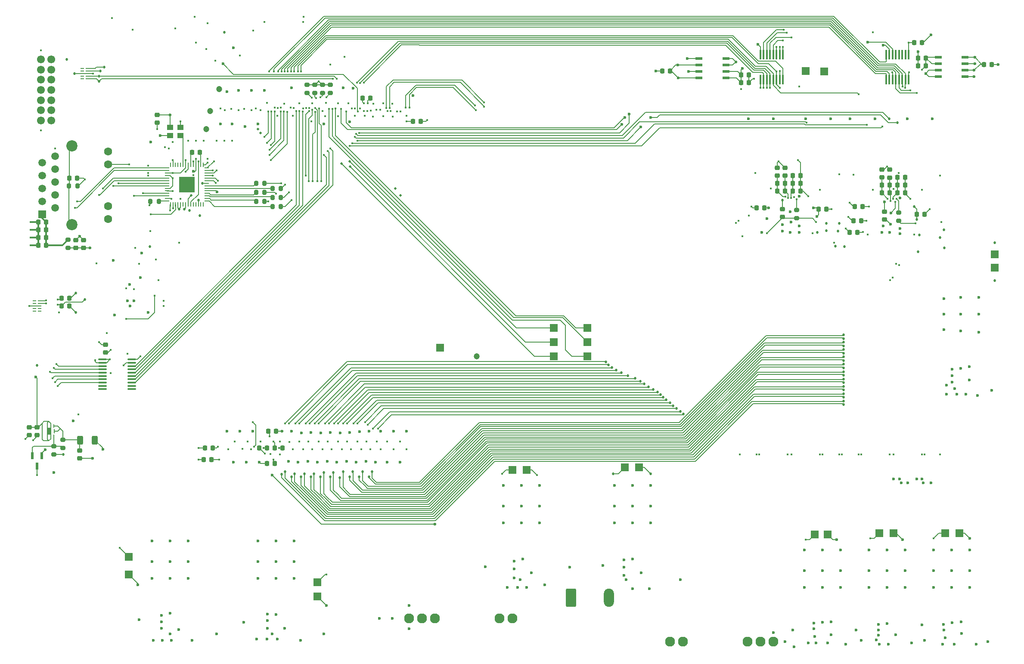
<source format=gbl>
%TF.GenerationSoftware,KiCad,Pcbnew,8.0.5*%
%TF.CreationDate,2025-04-11T15:09:43-05:00*%
%TF.ProjectId,PSEC5_Ctrl_Board,50534543-355f-4437-9472-6c5f426f6172,rev?*%
%TF.SameCoordinates,Original*%
%TF.FileFunction,Copper,L10,Bot*%
%TF.FilePolarity,Positive*%
%FSLAX46Y46*%
G04 Gerber Fmt 4.6, Leading zero omitted, Abs format (unit mm)*
G04 Created by KiCad (PCBNEW 8.0.5) date 2025-04-11 15:09:43*
%MOMM*%
%LPD*%
G01*
G04 APERTURE LIST*
G04 Aperture macros list*
%AMRoundRect*
0 Rectangle with rounded corners*
0 $1 Rounding radius*
0 $2 $3 $4 $5 $6 $7 $8 $9 X,Y pos of 4 corners*
0 Add a 4 corners polygon primitive as box body*
4,1,4,$2,$3,$4,$5,$6,$7,$8,$9,$2,$3,0*
0 Add four circle primitives for the rounded corners*
1,1,$1+$1,$2,$3*
1,1,$1+$1,$4,$5*
1,1,$1+$1,$6,$7*
1,1,$1+$1,$8,$9*
0 Add four rect primitives between the rounded corners*
20,1,$1+$1,$2,$3,$4,$5,0*
20,1,$1+$1,$4,$5,$6,$7,0*
20,1,$1+$1,$6,$7,$8,$9,0*
20,1,$1+$1,$8,$9,$2,$3,0*%
G04 Aperture macros list end*
%TA.AperFunction,ComponentPad*%
%ADD10R,1.500000X1.500000*%
%TD*%
%TA.AperFunction,ComponentPad*%
%ADD11C,1.955800*%
%TD*%
%TA.AperFunction,ComponentPad*%
%ADD12C,1.500000*%
%TD*%
%TA.AperFunction,ComponentPad*%
%ADD13C,1.600000*%
%TD*%
%TA.AperFunction,ComponentPad*%
%ADD14C,2.200000*%
%TD*%
%TA.AperFunction,ComponentPad*%
%ADD15C,1.549400*%
%TD*%
%TA.AperFunction,ComponentPad*%
%ADD16RoundRect,0.250000X-0.750000X-1.550000X0.750000X-1.550000X0.750000X1.550000X-0.750000X1.550000X0*%
%TD*%
%TA.AperFunction,ComponentPad*%
%ADD17O,2.000000X3.600000*%
%TD*%
%TA.AperFunction,SMDPad,CuDef*%
%ADD18RoundRect,0.200000X0.200000X0.275000X-0.200000X0.275000X-0.200000X-0.275000X0.200000X-0.275000X0*%
%TD*%
%TA.AperFunction,SMDPad,CuDef*%
%ADD19RoundRect,0.200000X-0.200000X-0.275000X0.200000X-0.275000X0.200000X0.275000X-0.200000X0.275000X0*%
%TD*%
%TA.AperFunction,SMDPad,CuDef*%
%ADD20RoundRect,0.225000X-0.225000X-0.250000X0.225000X-0.250000X0.225000X0.250000X-0.225000X0.250000X0*%
%TD*%
%TA.AperFunction,SMDPad,CuDef*%
%ADD21RoundRect,0.225000X-0.250000X0.225000X-0.250000X-0.225000X0.250000X-0.225000X0.250000X0.225000X0*%
%TD*%
%TA.AperFunction,SMDPad,CuDef*%
%ADD22RoundRect,0.200000X-0.275000X0.200000X-0.275000X-0.200000X0.275000X-0.200000X0.275000X0.200000X0*%
%TD*%
%TA.AperFunction,SMDPad,CuDef*%
%ADD23RoundRect,0.225000X0.225000X0.250000X-0.225000X0.250000X-0.225000X-0.250000X0.225000X-0.250000X0*%
%TD*%
%TA.AperFunction,SMDPad,CuDef*%
%ADD24R,1.397000X0.558800*%
%TD*%
%TA.AperFunction,SMDPad,CuDef*%
%ADD25R,0.355600X1.981200*%
%TD*%
%TA.AperFunction,SMDPad,CuDef*%
%ADD26RoundRect,0.225000X0.250000X-0.225000X0.250000X0.225000X-0.250000X0.225000X-0.250000X-0.225000X0*%
%TD*%
%TA.AperFunction,SMDPad,CuDef*%
%ADD27R,0.558800X1.320800*%
%TD*%
%TA.AperFunction,SMDPad,CuDef*%
%ADD28RoundRect,0.250000X-0.312500X-0.625000X0.312500X-0.625000X0.312500X0.625000X-0.312500X0.625000X0*%
%TD*%
%TA.AperFunction,SMDPad,CuDef*%
%ADD29R,0.711200X0.203200*%
%TD*%
%TA.AperFunction,SMDPad,CuDef*%
%ADD30R,0.203200X0.685800*%
%TD*%
%TA.AperFunction,SMDPad,CuDef*%
%ADD31R,0.853186X1.397000*%
%TD*%
%TA.AperFunction,SMDPad,CuDef*%
%ADD32R,0.228600X0.863600*%
%TD*%
%TA.AperFunction,SMDPad,CuDef*%
%ADD33R,1.200000X1.000000*%
%TD*%
%TA.AperFunction,SMDPad,CuDef*%
%ADD34R,0.254000X0.812800*%
%TD*%
%TA.AperFunction,SMDPad,CuDef*%
%ADD35R,0.812800X0.254000*%
%TD*%
%TA.AperFunction,SMDPad,CuDef*%
%ADD36R,3.098800X3.098800*%
%TD*%
%TA.AperFunction,SMDPad,CuDef*%
%ADD37O,1.699999X0.349999*%
%TD*%
%TA.AperFunction,ViaPad*%
%ADD38C,0.400000*%
%TD*%
%TA.AperFunction,ViaPad*%
%ADD39C,0.600000*%
%TD*%
%TA.AperFunction,ViaPad*%
%ADD40C,0.520000*%
%TD*%
%TA.AperFunction,ViaPad*%
%ADD41C,1.200000*%
%TD*%
%TA.AperFunction,ViaPad*%
%ADD42C,0.500000*%
%TD*%
%TA.AperFunction,Conductor*%
%ADD43C,0.158750*%
%TD*%
%TA.AperFunction,Conductor*%
%ADD44C,0.150000*%
%TD*%
%TA.AperFunction,Conductor*%
%ADD45C,0.200000*%
%TD*%
%TA.AperFunction,Conductor*%
%ADD46C,0.171000*%
%TD*%
%TA.AperFunction,Conductor*%
%ADD47C,0.317500*%
%TD*%
G04 APERTURE END LIST*
D10*
%TO.P,TP21,1,1*%
%TO.N,GND*%
X123190000Y-151638000D03*
%TD*%
D11*
%TO.P,U16,1,+VOUT*%
%TO.N,VDD_BUCK_2V5*%
X212852000Y-163322000D03*
%TO.P,U16,2,TRIM*%
%TO.N,Net-(U16-TRIM)*%
X210312000Y-163322000D03*
%TO.P,U16,3,GND_COMMON*%
%TO.N,GND*%
X207772000Y-163322000D03*
%TO.P,U16,4,+VIN*%
%TO.N,Net-(U16-+VIN)*%
X195072000Y-163322000D03*
%TO.P,U16,5,REMOTE_ON/OFF*%
%TO.N,unconnected-(U16-REMOTE_ON{slash}OFF-Pad5)*%
X192532000Y-163322000D03*
%TD*%
D10*
%TO.P,T1,1,VCC*%
%TO.N,/SOM240_1(1.5)/ethernet1/PHY_VCC*%
X69088000Y-79248000D03*
D12*
%TO.P,T1,2,D1+*%
%TO.N,/SOM240_1(1.5)/ethernet1/PHY_MDI0_P*%
X71628000Y-77978000D03*
%TO.P,T1,3,D1-*%
%TO.N,/SOM240_1(1.5)/ethernet1/PHY_MDI0_N*%
X69088000Y-76708000D03*
%TO.P,T1,4,D2+*%
%TO.N,/SOM240_1(1.5)/ethernet1/PHY_MDI1_P*%
X71628000Y-75438000D03*
%TO.P,T1,5,D2-*%
%TO.N,/SOM240_1(1.5)/ethernet1/PHY_MDI1_N*%
X69088000Y-74168000D03*
%TO.P,T1,6,D3+*%
%TO.N,/SOM240_1(1.5)/ethernet1/PHY_MDI2_P*%
X71628000Y-72898000D03*
%TO.P,T1,7,D3-*%
%TO.N,/SOM240_1(1.5)/ethernet1/PHY_MDI2_N*%
X69088000Y-71628000D03*
%TO.P,T1,8,D4+*%
%TO.N,/SOM240_1(1.5)/ethernet1/PHY_MDI3_P*%
X71628000Y-70358000D03*
%TO.P,T1,9,D4-*%
%TO.N,/SOM240_1(1.5)/ethernet1/PHY_MDI3_N*%
X69088000Y-69088000D03*
%TO.P,T1,10,GND*%
%TO.N,GND*%
X71628000Y-67818000D03*
D13*
%TO.P,T1,11*%
%TO.N,/SOM240_1(1.5)/ethernet1/LED_11*%
X82058000Y-80163000D03*
%TO.P,T1,12*%
%TO.N,/SOM240_1(1.5)/ethernet1/LED_12*%
X82058000Y-77623000D03*
%TO.P,T1,13*%
%TO.N,/SOM240_1(1.5)/ethernet1/LED_13*%
X82058000Y-69443000D03*
%TO.P,T1,14*%
%TO.N,/SOM240_1(1.5)/ethernet1/LED_14*%
X82058000Y-66903000D03*
D14*
%TO.P,T1,S1,SHIELD1*%
%TO.N,Net-(T1-SHIELD1)*%
X74928000Y-81278000D03*
%TO.P,T1,S2,SHIELD2*%
X74928000Y-65788000D03*
%TD*%
D10*
%TO.P,TP33,1,1*%
%TO.N,Net-(J10B-PWRGD_PL_M2C)*%
X169672000Y-107188000D03*
%TD*%
%TO.P,TP2,1,1*%
%TO.N,3V3_DUT*%
X186436000Y-129032000D03*
%TD*%
%TO.P,TP31,1,1*%
%TO.N,Net-(J10B-PWRGD_FPD_M2C)*%
X169672000Y-101600000D03*
%TD*%
%TO.P,TP32,1,1*%
%TO.N,Net-(J10B-PWRGD_LPD_M2C)*%
X169672000Y-104394000D03*
%TD*%
%TO.P,TP8,1,1*%
%TO.N,1V2_DUT*%
X249428000Y-141986000D03*
%TD*%
D15*
%TO.P,J12,1,1*%
%TO.N,GND*%
X68834000Y-48799999D03*
%TO.P,J12,2,2*%
%TO.N,1V8_Banks*%
X70834001Y-48799999D03*
%TO.P,J12,3,3*%
%TO.N,GND*%
X68834000Y-50800000D03*
%TO.P,J12,4,4*%
%TO.N,/SOM240_1(1.5)/JTAG_TMS*%
X70834001Y-50800000D03*
%TO.P,J12,5,5*%
%TO.N,GND*%
X68834000Y-52799999D03*
%TO.P,J12,6,6*%
%TO.N,/SOM240_1(1.5)/JTAG_CLK*%
X70834001Y-52799999D03*
%TO.P,J12,7,7*%
%TO.N,GND*%
X68834000Y-54800000D03*
%TO.P,J12,8,8*%
%TO.N,/SOM240_1(1.5)/JTAG_TDO*%
X70834001Y-54800000D03*
%TO.P,J12,9,9*%
%TO.N,GND*%
X68834000Y-56800001D03*
%TO.P,J12,10,10*%
%TO.N,/SOM240_1(1.5)/JTAG_TDI*%
X70834001Y-56800001D03*
%TO.P,J12,11,11*%
%TO.N,GND*%
X68834000Y-58799999D03*
%TO.P,J12,12,12*%
%TO.N,unconnected-(J12-Pad12)*%
X70834001Y-58799999D03*
%TO.P,J12,13,13*%
%TO.N,GND*%
X68834000Y-60800001D03*
%TO.P,J12,14,14*%
%TO.N,unconnected-(J12-Pad14)*%
X70834001Y-60800001D03*
%TD*%
D10*
%TO.P,TP4,1,1*%
%TO.N,2V5_DUT*%
X164338000Y-129540000D03*
%TD*%
%TO.P,TP6,1,1*%
%TO.N,1V8_DUT*%
X236474000Y-141986000D03*
%TD*%
%TO.P,TP23,1,1*%
%TO.N,GND*%
X86106000Y-146664000D03*
%TD*%
%TO.P,TP13,1,1*%
%TO.N,GND*%
X220980000Y-142240000D03*
%TD*%
%TO.P,TP1,1,1*%
%TO.N,GND*%
X183642000Y-129032000D03*
%TD*%
%TO.P,TP7,1,1*%
%TO.N,GND*%
X246634000Y-141986000D03*
%TD*%
%TO.P,TP11,1,1*%
%TO.N,/SOM240_1(1.5)/SHUTDOWN*%
X147320000Y-105537000D03*
%TD*%
%TO.P,TP30,1,1*%
%TO.N,Net-(J10A-PWROFF_C2M_L)*%
X176276000Y-107188000D03*
%TD*%
%TO.P,TP19,1,1*%
%TO.N,Net-(U2-SDO)*%
X219202000Y-51054000D03*
%TD*%
%TO.P,TP22,1,1*%
%TO.N,3V3_IO*%
X123190000Y-154432000D03*
%TD*%
%TO.P,TP10,1,1*%
%TO.N,1V8_ADC*%
X256413000Y-87122000D03*
%TD*%
%TO.P,TP20,1,1*%
%TO.N,Net-(U4-SDO)*%
X222885000Y-51181000D03*
%TD*%
%TO.P,TP14,1,1*%
%TO.N,1V8_Banks*%
X223520000Y-142240000D03*
%TD*%
%TO.P,TP29,1,1*%
%TO.N,Net-(J10A-PS_ERROR_STATUS_M2C)*%
X176276000Y-104394000D03*
%TD*%
%TO.P,TP5,1,1*%
%TO.N,GND*%
X233680000Y-141986000D03*
%TD*%
%TO.P,TP24,1,1*%
%TO.N,2V5_IO*%
X86106000Y-150114000D03*
%TD*%
%TO.P,TP9,1,1*%
%TO.N,GND*%
X256413000Y-89789000D03*
%TD*%
%TO.P,TP12,1,1*%
%TO.N,Net-(J10A-PS_ERROR_OUT_M2C)*%
X176276000Y-101600000D03*
%TD*%
D11*
%TO.P,U5,1,+VOUT*%
%TO.N,VDD_BUCK_5V*%
X141224000Y-158750000D03*
%TO.P,U5,2,TRIM*%
%TO.N,Net-(U5-TRIM)*%
X143764000Y-158750000D03*
%TO.P,U5,3,GND_COMMON*%
%TO.N,GND*%
X146304000Y-158750000D03*
%TO.P,U5,4,+VIN*%
%TO.N,Net-(U5-+VIN)*%
X159004000Y-158750000D03*
%TO.P,U5,5,REMOTE_ON/OFF*%
%TO.N,unconnected-(U5-REMOTE_ON{slash}OFF-Pad5)*%
X161544000Y-158750000D03*
%TD*%
D16*
%TO.P,J1,1,1*%
%TO.N,Net-(U5-+VIN)*%
X173034000Y-154718500D03*
D17*
%TO.P,J1,2,2*%
%TO.N,Net-(U16-+VIN)*%
X180534000Y-154718500D03*
%TD*%
D10*
%TO.P,TP3,1,1*%
%TO.N,GND*%
X161544000Y-129540000D03*
%TD*%
D18*
%TO.P,R5,1*%
%TO.N,Net-(J10B-MIO64)*%
X112776000Y-73152000D03*
%TO.P,R5,2*%
%TO.N,/SOM240_1(1.5)/ETH_TXD0*%
X111126000Y-73152000D03*
%TD*%
%TO.P,R1,1*%
%TO.N,Net-(J10B-MIO52)*%
X116015000Y-77724000D03*
%TO.P,R1,2*%
%TO.N,/SOM240_1(1.5)/ETH_TX_CTRL*%
X114365000Y-77724000D03*
%TD*%
D19*
%TO.P,R84,1*%
%TO.N,GND*%
X90361000Y-76708000D03*
%TO.P,R84,2*%
%TO.N,Net-(U1-CONFIG)*%
X92011000Y-76708000D03*
%TD*%
D20*
%TO.P,C71,1*%
%TO.N,1V8_Banks*%
X141973000Y-60960000D03*
%TO.P,C71,2*%
%TO.N,GND*%
X143523000Y-60960000D03*
%TD*%
D21*
%TO.P,C94,1*%
%TO.N,Net-(C94-Pad1)*%
X76454000Y-125717000D03*
%TO.P,C94,2*%
%TO.N,GND*%
X76454000Y-127267000D03*
%TD*%
D22*
%TO.P,R75,1*%
%TO.N,GND*%
X125730000Y-53785000D03*
%TO.P,R75,2*%
%TO.N,/SOM240_1(1.5)/MODE0*%
X125730000Y-55435000D03*
%TD*%
D23*
%TO.P,C99,1*%
%TO.N,1V8_ADC*%
X230391000Y-77724000D03*
%TO.P,C99,2*%
%TO.N,GND*%
X228841000Y-77724000D03*
%TD*%
D20*
%TO.P,C117,1*%
%TO.N,Net-(ADC1-VREF)*%
X237223000Y-72009000D03*
%TO.P,C117,2*%
%TO.N,GND*%
X238773000Y-72009000D03*
%TD*%
%TO.P,C83,1*%
%TO.N,1V8_Banks*%
X113525000Y-121920000D03*
%TO.P,C83,2*%
%TO.N,GND*%
X115075000Y-121920000D03*
%TD*%
D24*
%TO.P,U8,1,VDD*%
%TO.N,3V3_IO*%
X250558300Y-48387000D03*
%TO.P,U8,2,GND*%
%TO.N,GND*%
X250558300Y-49657000D03*
%TO.P,U8,3,\u002ASHDN*%
%TO.N,3V3_IO*%
X250558300Y-50927000D03*
%TO.P,U8,4,GND*%
%TO.N,GND*%
X250558300Y-52197000D03*
%TO.P,U8,5,GND*%
X245249700Y-52197000D03*
%TO.P,U8,6,GND*%
X245249700Y-50927000D03*
%TO.P,U8,7,OUT*%
%TO.N,Net-(U4-REF)*%
X245249700Y-49657000D03*
%TO.P,U8,8,FEEDBACK*%
X245249700Y-48387000D03*
%TD*%
D21*
%TO.P,C60,1*%
%TO.N,2V5_IO*%
X91694000Y-59677000D03*
%TO.P,C60,2*%
%TO.N,GND*%
X91694000Y-61227000D03*
%TD*%
D23*
%TO.P,C32,1*%
%TO.N,Net-(U4-REF)*%
X242837000Y-48514000D03*
%TO.P,C32,2*%
%TO.N,GND*%
X241287000Y-48514000D03*
%TD*%
D18*
%TO.P,R7,1*%
%TO.N,Net-(J10B-MIO66)*%
X112776000Y-76708000D03*
%TO.P,R7,2*%
%TO.N,/SOM240_1(1.5)/ETH_TXD3*%
X111126000Y-76708000D03*
%TD*%
D23*
%TO.P,C101,1*%
%TO.N,1V8_ADC*%
X229375000Y-82804000D03*
%TO.P,C101,2*%
%TO.N,GND*%
X227825000Y-82804000D03*
%TD*%
D25*
%TO.P,U4,1,GND*%
%TO.N,GND*%
X239458500Y-52755800D03*
%TO.P,U4,2,VOUTA*%
%TO.N,DISCBIAS*%
X238823500Y-52755800D03*
%TO.P,U4,3,VOUTB*%
%TO.N,WBUFBIAS*%
X238188500Y-52755800D03*
%TO.P,U4,4,VOUTC*%
%TO.N,READBIAS1*%
X237553500Y-52755800D03*
%TO.P,U4,5,VOUTD*%
%TO.N,READBIAS2*%
X236918500Y-52755800D03*
%TO.P,U4,6,REF*%
%TO.N,Net-(U4-REF)*%
X236283500Y-52755800D03*
%TO.P,U4,7,\u002ACS/LD*%
%TO.N,/SOM240_1(1.5)/CS{slash}LD_DAC2\u002A*%
X235648500Y-52755800D03*
%TO.P,U4,8,SCK*%
%TO.N,/SOM240_1(1.5)/SCK_DAC2*%
X235013500Y-52755800D03*
%TO.P,U4,9,SDI*%
%TO.N,/SOM240_1(1.5)/SDI_DAC_BIAS*%
X235013500Y-47828200D03*
%TO.P,U4,10,SDO*%
%TO.N,Net-(U4-SDO)*%
X235648500Y-47828200D03*
%TO.P,U4,11,\u002ACLR*%
%TO.N,/SOM240_1(1.5)/CLR_DAC\u002A*%
X236283500Y-47828200D03*
%TO.P,U4,12,VOUTE*%
%TO.N,unconnected-(U4-VOUTE-Pad12)*%
X236918500Y-47828200D03*
%TO.P,U4,13,VOUTF*%
%TO.N,unconnected-(U4-VOUTF-Pad13)*%
X237553500Y-47828200D03*
%TO.P,U4,14,VOUTG*%
%TO.N,unconnected-(U4-VOUTG-Pad14)*%
X238188500Y-47828200D03*
%TO.P,U4,15,VOUTH*%
%TO.N,unconnected-(U4-VOUTH-Pad15)*%
X238823500Y-47828200D03*
%TO.P,U4,16,VCC*%
%TO.N,2V5_IO*%
X239458500Y-47828200D03*
%TD*%
D23*
%TO.P,C155,1*%
%TO.N,Net-(U1-REGCAP2)*%
X100089000Y-67056000D03*
%TO.P,C155,2*%
%TO.N,Net-(U1-REGCAP1)*%
X98539000Y-67056000D03*
%TD*%
D18*
%TO.P,R3,1*%
%TO.N,Net-(J10B-MIO53)*%
X116015000Y-75946000D03*
%TO.P,R3,2*%
%TO.N,/SOM240_1(1.5)/ETH_TXD2*%
X114365000Y-75946000D03*
%TD*%
D22*
%TO.P,R70,1*%
%TO.N,GND*%
X121158000Y-53785000D03*
%TO.P,R70,2*%
%TO.N,/SOM240_1(1.5)/MODE3*%
X121158000Y-55435000D03*
%TD*%
%TO.P,R58,1*%
%TO.N,Net-(C94-Pad1)*%
X73152000Y-123635000D03*
%TO.P,R58,2*%
%TO.N,Net-(Q4-D)*%
X73152000Y-125285000D03*
%TD*%
D23*
%TO.P,C53,1*%
%TO.N,/SOM240_1(1.5)/ethernet1/PHY_VCC*%
X69863000Y-85344000D03*
%TO.P,C53,2*%
%TO.N,GND*%
X68313000Y-85344000D03*
%TD*%
D26*
%TO.P,C38,1*%
%TO.N,Net-(ADC2-REFB)*%
X215138000Y-71641000D03*
%TO.P,C38,2*%
%TO.N,GND*%
X215138000Y-70091000D03*
%TD*%
D20*
%TO.P,C90,1*%
%TO.N,Net-(U2-REF)*%
X206489000Y-51816000D03*
%TO.P,C90,2*%
%TO.N,GND*%
X208039000Y-51816000D03*
%TD*%
%TO.P,C69,1*%
%TO.N,Net-(U10-CH2)*%
X72898000Y-97282000D03*
%TO.P,C69,2*%
%TO.N,GND*%
X74448000Y-97282000D03*
%TD*%
D27*
%TO.P,Q4,1,D*%
%TO.N,Net-(Q4-D)*%
X67121999Y-126746000D03*
%TO.P,Q4,2,G*%
%TO.N,Net-(Q4-G)*%
X69022001Y-126746000D03*
%TO.P,Q4,3,S*%
%TO.N,GND*%
X68072000Y-128778000D03*
%TD*%
D21*
%TO.P,C114,1*%
%TO.N,1V8_ADC*%
X214630000Y-78219000D03*
%TO.P,C114,2*%
%TO.N,GND*%
X214630000Y-79769000D03*
%TD*%
%TO.P,C82,1*%
%TO.N,/SOM240_1(1.5)/SDcard1/SD_CARD_VCC*%
X68072000Y-121158000D03*
%TO.P,C82,2*%
%TO.N,GND*%
X68072000Y-122708000D03*
%TD*%
D22*
%TO.P,L5,1,1*%
%TO.N,/SOM240_1(1.5)/ethernet1/PHY_VCC*%
X74168000Y-84265000D03*
%TO.P,L5,2,2*%
%TO.N,3V3_IO*%
X74168000Y-85915000D03*
%TD*%
D20*
%TO.P,C116,1*%
%TO.N,Net-(ADC2-VREF)*%
X216662000Y-71628000D03*
%TO.P,C116,2*%
%TO.N,GND*%
X218212000Y-71628000D03*
%TD*%
D28*
%TO.P,FB2,1*%
%TO.N,Net-(C94-Pad1)*%
X76515500Y-123698000D03*
%TO.P,FB2,2*%
%TO.N,3V3_IO*%
X79440500Y-123698000D03*
%TD*%
D23*
%TO.P,C55,1*%
%TO.N,/SOM240_1(1.5)/ethernet1/PHY_VCC*%
X69863000Y-82296000D03*
%TO.P,C55,2*%
%TO.N,GND*%
X68313000Y-82296000D03*
%TD*%
%TO.P,C29,1*%
%TO.N,3V3_IO*%
X192532300Y-51054000D03*
%TO.P,C29,2*%
%TO.N,GND*%
X190982300Y-51054000D03*
%TD*%
D20*
%TO.P,C78,1*%
%TO.N,Net-(ADC2-VREF)*%
X216662000Y-74676000D03*
%TO.P,C78,2*%
%TO.N,GND*%
X218212000Y-74676000D03*
%TD*%
D22*
%TO.P,R66,1*%
%TO.N,Net-(Q4-D)*%
X71374000Y-124905000D03*
%TO.P,R66,2*%
%TO.N,GND*%
X71374000Y-126555000D03*
%TD*%
D20*
%TO.P,C30,1*%
%TO.N,Net-(U2-REF)*%
X206489000Y-53340000D03*
%TO.P,C30,2*%
%TO.N,GND*%
X208039000Y-53340000D03*
%TD*%
D23*
%TO.P,C84,1*%
%TO.N,1V8_Banks*%
X116345000Y-125222000D03*
%TO.P,C84,2*%
%TO.N,GND*%
X114795000Y-125222000D03*
%TD*%
D26*
%TO.P,C37,1*%
%TO.N,Net-(ADC2-REFT)*%
X213614000Y-71641000D03*
%TO.P,C37,2*%
%TO.N,GND*%
X213614000Y-70091000D03*
%TD*%
%TO.P,C64,1*%
%TO.N,3V3_IO*%
X75692000Y-85865000D03*
%TO.P,C64,2*%
%TO.N,GND*%
X75692000Y-84315000D03*
%TD*%
D20*
%TO.P,C75,1*%
%TO.N,Net-(ADC1-VREF)*%
X237223000Y-73533000D03*
%TO.P,C75,2*%
%TO.N,GND*%
X238773000Y-73533000D03*
%TD*%
D23*
%TO.P,C89,1*%
%TO.N,Net-(U4-REF)*%
X242837000Y-50038000D03*
%TO.P,C89,2*%
%TO.N,GND*%
X241287000Y-50038000D03*
%TD*%
D20*
%TO.P,C36,1*%
%TO.N,Net-(ADC1-REFT)*%
X234175000Y-75057000D03*
%TO.P,C36,2*%
%TO.N,Net-(ADC1-REFB)*%
X235725000Y-75057000D03*
%TD*%
%TO.P,C107,1*%
%TO.N,Net-(U10-CH1)*%
X72898000Y-95758000D03*
%TO.P,C107,2*%
%TO.N,GND*%
X74448000Y-95758000D03*
%TD*%
D23*
%TO.P,C86,1*%
%TO.N,1V8_Banks*%
X113297000Y-125222000D03*
%TO.P,C86,2*%
%TO.N,GND*%
X111747000Y-125222000D03*
%TD*%
%TO.P,C100,1*%
%TO.N,1V8_ADC*%
X230137000Y-80518000D03*
%TO.P,C100,2*%
%TO.N,GND*%
X228587000Y-80518000D03*
%TD*%
%TO.P,C112,1*%
%TO.N,1V8_ADC*%
X211087000Y-77978000D03*
%TO.P,C112,2*%
%TO.N,GND*%
X209537000Y-77978000D03*
%TD*%
D25*
%TO.P,U2,1,GND*%
%TO.N,GND*%
X210312000Y-47828200D03*
%TO.P,U2,2,VOUTA*%
%TO.N,Disc_Thresh1*%
X210947000Y-47828200D03*
%TO.P,U2,3,VOUTB*%
%TO.N,Disc_Thresh2*%
X211582000Y-47828200D03*
%TO.P,U2,4,VOUTC*%
%TO.N,Disc_Thresh3*%
X212217000Y-47828200D03*
%TO.P,U2,5,VOUTD*%
%TO.N,Disc_Thresh4*%
X212852000Y-47828200D03*
%TO.P,U2,6,REF*%
%TO.N,Net-(U2-REF)*%
X213487000Y-47828200D03*
%TO.P,U2,7,\u002ACS/LD*%
%TO.N,/SOM240_1(1.5)/CS{slash}LD_DAC1\u002A*%
X214122000Y-47828200D03*
%TO.P,U2,8,SCK*%
%TO.N,/SOM240_1(1.5)/SCK_DAC1*%
X214757000Y-47828200D03*
%TO.P,U2,9,SDI*%
%TO.N,/SOM240_1(1.5)/SDI_DAC_THRES*%
X214757000Y-52755800D03*
%TO.P,U2,10,SDO*%
%TO.N,Net-(U2-SDO)*%
X214122000Y-52755800D03*
%TO.P,U2,11,\u002ACLR*%
%TO.N,/SOM240_1(1.5)/CLR_DAC\u002A*%
X213487000Y-52755800D03*
%TO.P,U2,12,VOUTE*%
%TO.N,Disc_Thresh5*%
X212852000Y-52755800D03*
%TO.P,U2,13,VOUTF*%
%TO.N,Disc_Thresh6*%
X212217000Y-52755800D03*
%TO.P,U2,14,VOUTG*%
%TO.N,Disc_Thresh7*%
X211582000Y-52755800D03*
%TO.P,U2,15,VOUTH*%
%TO.N,Disc_Thresh8*%
X210947000Y-52755800D03*
%TO.P,U2,16,VCC*%
%TO.N,2V5_IO*%
X210312000Y-52755800D03*
%TD*%
D22*
%TO.P,R73,1*%
%TO.N,GND*%
X124206000Y-53785000D03*
%TO.P,R73,2*%
%TO.N,/SOM240_1(1.5)/MODE1*%
X124206000Y-55435000D03*
%TD*%
D23*
%TO.P,C56,1*%
%TO.N,/SOM240_1(1.5)/ethernet1/PHY_VCC*%
X69863000Y-80772000D03*
%TO.P,C56,2*%
%TO.N,GND*%
X68313000Y-80772000D03*
%TD*%
D20*
%TO.P,C57,1*%
%TO.N,Net-(T1-SHIELD1)*%
X74396000Y-72136000D03*
%TO.P,C57,2*%
%TO.N,GND*%
X75946000Y-72136000D03*
%TD*%
D21*
%TO.P,C41,1*%
%TO.N,1V8_ADC*%
X234696000Y-78727000D03*
%TO.P,C41,2*%
%TO.N,GND*%
X234696000Y-80277000D03*
%TD*%
D20*
%TO.P,C35,1*%
%TO.N,Net-(ADC1-REFT)*%
X234175000Y-73533000D03*
%TO.P,C35,2*%
%TO.N,Net-(ADC1-REFB)*%
X235725000Y-73533000D03*
%TD*%
D23*
%TO.P,C85,1*%
%TO.N,2V5_IO*%
X102629000Y-125222000D03*
%TO.P,C85,2*%
%TO.N,GND*%
X101079000Y-125222000D03*
%TD*%
%TO.P,C87,1*%
%TO.N,1V8_Banks*%
X114821000Y-128270000D03*
%TO.P,C87,2*%
%TO.N,GND*%
X113271000Y-128270000D03*
%TD*%
D22*
%TO.P,R57,1*%
%TO.N,Net-(ADC1-RBIAS)*%
X237490000Y-78931000D03*
%TO.P,R57,2*%
%TO.N,GND*%
X237490000Y-80581000D03*
%TD*%
D23*
%TO.P,C88,1*%
%TO.N,2V5_IO*%
X102375000Y-127508000D03*
%TO.P,C88,2*%
%TO.N,GND*%
X100825000Y-127508000D03*
%TD*%
D20*
%TO.P,C40,1*%
%TO.N,Net-(ADC2-REFT)*%
X213601000Y-74676000D03*
%TO.P,C40,2*%
%TO.N,Net-(ADC2-REFB)*%
X215151000Y-74676000D03*
%TD*%
%TO.P,C113,1*%
%TO.N,1V8_ADC*%
X221729000Y-78232000D03*
%TO.P,C113,2*%
%TO.N,GND*%
X223279000Y-78232000D03*
%TD*%
D23*
%TO.P,C70,1*%
%TO.N,1V8_Banks*%
X133617000Y-56388000D03*
%TO.P,C70,2*%
%TO.N,GND*%
X132067000Y-56388000D03*
%TD*%
D20*
%TO.P,C24,1*%
%TO.N,1V8_ADC*%
X241033000Y-79248000D03*
%TO.P,C24,2*%
%TO.N,GND*%
X242583000Y-79248000D03*
%TD*%
D29*
%TO.P,U10,1,CH1*%
%TO.N,Net-(U10-CH1)*%
X68567300Y-96281999D03*
%TO.P,U10,2,CH2*%
%TO.N,Net-(U10-CH2)*%
X68567300Y-96782001D03*
%TO.P,U10,3,GND*%
%TO.N,GND*%
X68567300Y-97282000D03*
%TO.P,U10,4,CH3*%
%TO.N,unconnected-(U10-CH3-Pad4)*%
X68567300Y-97781999D03*
%TO.P,U10,5,CH4*%
%TO.N,unconnected-(U10-CH4-Pad5)*%
X68567300Y-98282001D03*
%TO.P,U10,6,N.C.*%
%TO.N,unconnected-(U10-N.C.-Pad6)*%
X67576700Y-98282001D03*
%TO.P,U10,7,N.C.*%
%TO.N,unconnected-(U10-N.C.-Pad7)*%
X67576700Y-97781999D03*
%TO.P,U10,8,GND*%
%TO.N,GND*%
X67576700Y-97282000D03*
%TO.P,U10,9,N.C.*%
%TO.N,unconnected-(U10-N.C.-Pad9)*%
X67576700Y-96782001D03*
%TO.P,U10,10,N.C.*%
%TO.N,unconnected-(U10-N.C.-Pad10)*%
X67576700Y-96281999D03*
%TD*%
D20*
%TO.P,C79,1*%
%TO.N,Net-(ADC2-VREF)*%
X216662000Y-73152000D03*
%TO.P,C79,2*%
%TO.N,GND*%
X218212000Y-73152000D03*
%TD*%
D22*
%TO.P,R56,1*%
%TO.N,Net-(ADC2-RBIAS)*%
X217424000Y-78423000D03*
%TO.P,R56,2*%
%TO.N,GND*%
X217424000Y-80073000D03*
%TD*%
D20*
%TO.P,C73,1*%
%TO.N,Net-(ADC1-VREF)*%
X237223000Y-75057000D03*
%TO.P,C73,2*%
%TO.N,GND*%
X238773000Y-75057000D03*
%TD*%
%TO.P,C91,1*%
%TO.N,2V5_IO*%
X240525000Y-45466000D03*
%TO.P,C91,2*%
%TO.N,GND*%
X242075000Y-45466000D03*
%TD*%
D18*
%TO.P,R6,1*%
%TO.N,Net-(J10B-MIO65)*%
X112776000Y-74930000D03*
%TO.P,R6,2*%
%TO.N,/SOM240_1(1.5)/ETH_TX_CLK*%
X111126000Y-74930000D03*
%TD*%
D26*
%TO.P,C33,1*%
%TO.N,Net-(ADC1-REFT)*%
X234188000Y-72022000D03*
%TO.P,C33,2*%
%TO.N,GND*%
X234188000Y-70472000D03*
%TD*%
D21*
%TO.P,C95,1*%
%TO.N,/SOM240_1(1.5)/SDcard1/SD_CARD_VCC*%
X66548000Y-121145000D03*
%TO.P,C95,2*%
%TO.N,GND*%
X66548000Y-122695000D03*
%TD*%
D29*
%TO.P,U3,1,CH1*%
%TO.N,/SOM240_1(1.5)/JTAG_TMS*%
X77965300Y-50561999D03*
%TO.P,U3,2,CH2*%
%TO.N,/SOM240_1(1.5)/JTAG_CLK*%
X77965300Y-51062001D03*
%TO.P,U3,3,GND*%
%TO.N,GND*%
X77965300Y-51562000D03*
%TO.P,U3,4,CH3*%
%TO.N,/SOM240_1(1.5)/JTAG_TDO*%
X77965300Y-52061999D03*
%TO.P,U3,5,CH4*%
%TO.N,/SOM240_1(1.5)/JTAG_TDI*%
X77965300Y-52562001D03*
%TO.P,U3,6,N.C.*%
%TO.N,unconnected-(U3-N.C.-Pad6)*%
X76974700Y-52562001D03*
%TO.P,U3,7,N.C.*%
%TO.N,unconnected-(U3-N.C.-Pad7)*%
X76974700Y-52061999D03*
%TO.P,U3,8,GND*%
%TO.N,GND*%
X76974700Y-51562000D03*
%TO.P,U3,9,N.C.*%
%TO.N,unconnected-(U3-N.C.-Pad9)*%
X76974700Y-51062001D03*
%TO.P,U3,10,N.C.*%
%TO.N,unconnected-(U3-N.C.-Pad10)*%
X76974700Y-50561999D03*
%TD*%
D21*
%TO.P,C43,1*%
%TO.N,3V3_IO*%
X81534000Y-104889000D03*
%TO.P,C43,2*%
%TO.N,GND*%
X81534000Y-106439000D03*
%TD*%
D18*
%TO.P,R4,1*%
%TO.N,Net-(J10B-MIO54)*%
X116015000Y-74168000D03*
%TO.P,R4,2*%
%TO.N,/SOM240_1(1.5)/ETH_TXD1*%
X114365000Y-74168000D03*
%TD*%
D26*
%TO.P,C34,1*%
%TO.N,Net-(ADC1-REFB)*%
X235712000Y-72035000D03*
%TO.P,C34,2*%
%TO.N,GND*%
X235712000Y-70485000D03*
%TD*%
D23*
%TO.P,C54,1*%
%TO.N,/SOM240_1(1.5)/ethernet1/PHY_VCC*%
X69863000Y-83820000D03*
%TO.P,C54,2*%
%TO.N,GND*%
X68313000Y-83820000D03*
%TD*%
D24*
%TO.P,U7,1,VDD*%
%TO.N,3V3_IO*%
X198247000Y-52451000D03*
%TO.P,U7,2,GND*%
%TO.N,GND*%
X198247000Y-51181000D03*
%TO.P,U7,3,\u002ASHDN*%
%TO.N,3V3_IO*%
X198247000Y-49911000D03*
%TO.P,U7,4,GND*%
%TO.N,GND*%
X198247000Y-48641000D03*
%TO.P,U7,5,GND*%
X203555600Y-48641000D03*
%TO.P,U7,6,GND*%
X203555600Y-49911000D03*
%TO.P,U7,7,OUT*%
%TO.N,Net-(U2-REF)*%
X203555600Y-51181000D03*
%TO.P,U7,8,FEEDBACK*%
X203555600Y-52451000D03*
%TD*%
D30*
%TO.P,U14,1,D*%
%TO.N,/SOM240_1(1.5)/SDcard1/SD_CARD_VCC*%
X70104000Y-122986800D03*
X70753986Y-122986800D03*
D31*
X70428993Y-121945400D03*
D30*
X70104000Y-120904000D03*
X70753986Y-120904000D03*
%TO.P,U14,3,G*%
%TO.N,Net-(Q4-D)*%
X71403972Y-122986800D03*
%TO.P,U14,4,S*%
%TO.N,Net-(C94-Pad1)*%
X71403972Y-120904000D03*
D32*
%TO.P,U14,7,S*%
X71417986Y-121945400D03*
%TD*%
D33*
%TO.P,Y3,1,TRI-STATE*%
%TO.N,2V5_IO*%
X94200000Y-62167000D03*
%TO.P,Y3,2,GND/CASE*%
%TO.N,GND*%
X96300000Y-62167000D03*
%TO.P,Y3,3,OUTPUT*%
%TO.N,/SOM240_1(1.5)/ethernet1/OSC25_OUT*%
X96300000Y-63817000D03*
%TO.P,Y3,4,VDD*%
%TO.N,2V5_IO*%
X94200000Y-63817000D03*
%TD*%
D34*
%TO.P,U1,1,S_INP*%
%TO.N,unconnected-(U1-S_INP-Pad1)*%
X100786001Y-77304900D03*
%TO.P,U1,2,S_INN*%
%TO.N,unconnected-(U1-S_INN-Pad2)*%
X100286000Y-77304900D03*
%TO.P,U1,3,AVDD18*%
%TO.N,/SOM240_1(1.5)/ethernet1/AVDD18*%
X99786001Y-77304900D03*
%TO.P,U1,4,S_OUTP*%
%TO.N,unconnected-(U1-S_OUTP-Pad4)*%
X99285999Y-77304900D03*
%TO.P,U1,5,S_OUTN*%
%TO.N,unconnected-(U1-S_OUTN-Pad5)*%
X98786000Y-77304900D03*
%TO.P,U1,6,DVDD*%
%TO.N,/SOM240_1(1.5)/ethernet1/DVDD*%
X98286001Y-77304900D03*
%TO.P,U1,7,MDC*%
%TO.N,/SOM240_1(1.5)/ETH_MDC*%
X97786000Y-77304900D03*
%TO.P,U1,8,MDIO*%
%TO.N,/SOM240_1(1.5)/ETH_MDIO*%
X97286000Y-77304900D03*
%TO.P,U1,9,CLK125*%
%TO.N,unconnected-(U1-CLK125-Pad9)*%
X96785999Y-77304900D03*
%TO.P,U1,10,VDDO_SEL*%
%TO.N,3V3_IO*%
X96286000Y-77304900D03*
%TO.P,U1,11,VDDO*%
X95786001Y-77304900D03*
%TO.P,U1,12,LED[2]/INTn*%
%TO.N,/SOM240_1(1.5)/ethernet1/LED_12*%
X95285999Y-77304900D03*
%TO.P,U1,13,LED[1]*%
%TO.N,/SOM240_1(1.5)/ethernet1/LED_13*%
X94786000Y-77304900D03*
%TO.P,U1,14,LED[0]*%
%TO.N,/SOM240_1(1.5)/ethernet1/LED_14*%
X94285999Y-77304900D03*
D35*
%TO.P,U1,15,CONFIG*%
%TO.N,Net-(U1-CONFIG)*%
X93637100Y-76656001D03*
%TO.P,U1,16,RESETn*%
%TO.N,PS_POR*%
X93637100Y-76156000D03*
%TO.P,U1,17,MDIN[3]*%
%TO.N,/SOM240_1(1.5)/ethernet1/PHY_MDI3_P*%
X93637100Y-75656001D03*
%TO.P,U1,18,MDIP[3]*%
%TO.N,/SOM240_1(1.5)/ethernet1/PHY_MDI3_N*%
X93637100Y-75155999D03*
%TO.P,U1,19,AVDD18*%
%TO.N,/SOM240_1(1.5)/ethernet1/AVDD18*%
X93637100Y-74656000D03*
%TO.P,U1,20,AVDD33*%
%TO.N,/SOM240_1(1.5)/ethernet1/AVDD33*%
X93637100Y-74156001D03*
%TO.P,U1,21,MDIN[2]*%
%TO.N,/SOM240_1(1.5)/ethernet1/PHY_MDI2_P*%
X93637100Y-73656000D03*
%TO.P,U1,22,MDIP[2]*%
%TO.N,/SOM240_1(1.5)/ethernet1/PHY_MDI2_N*%
X93637100Y-73156000D03*
%TO.P,U1,23,MDIN[1]*%
%TO.N,/SOM240_1(1.5)/ethernet1/PHY_MDI1_P*%
X93637100Y-72655999D03*
%TO.P,U1,24,MDIP[1]*%
%TO.N,/SOM240_1(1.5)/ethernet1/PHY_MDI1_N*%
X93637100Y-72156000D03*
%TO.P,U1,25,AVDD33*%
%TO.N,/SOM240_1(1.5)/ethernet1/AVDD33*%
X93637100Y-71656001D03*
%TO.P,U1,26,AVDD18*%
%TO.N,/SOM240_1(1.5)/ethernet1/AVDD18*%
X93637100Y-71155999D03*
%TO.P,U1,27,MDIN[0]*%
%TO.N,/SOM240_1(1.5)/ethernet1/PHY_MDI0_P*%
X93637100Y-70656000D03*
%TO.P,U1,28,MDIP[0]*%
%TO.N,/SOM240_1(1.5)/ethernet1/PHY_MDI0_N*%
X93637100Y-70155999D03*
D34*
%TO.P,U1,29,TSTPT*%
%TO.N,unconnected-(U1-TSTPT-Pad29)*%
X94285999Y-69507100D03*
%TO.P,U1,30,RSET*%
%TO.N,Net-(U1-RSET)*%
X94786000Y-69507100D03*
%TO.P,U1,31,HSDACN*%
%TO.N,unconnected-(U1-HSDACN-Pad31)*%
X95285999Y-69507100D03*
%TO.P,U1,32,HSDACP*%
%TO.N,unconnected-(U1-HSDACP-Pad32)*%
X95786001Y-69507100D03*
%TO.P,U1,33,XTAL_OUT*%
%TO.N,unconnected-(U1-XTAL_OUT-Pad33)*%
X96286000Y-69507100D03*
%TO.P,U1,34,XTAL_IN*%
%TO.N,/SOM240_1(1.5)/ethernet1/OSC25_OUT*%
X96785999Y-69507100D03*
%TO.P,U1,35,AVDDC18*%
%TO.N,/SOM240_1(1.5)/ethernet1/AVDD18*%
X97286000Y-69507100D03*
%TO.P,U1,36,REG_IN*%
%TO.N,3V3_IO*%
X97786000Y-69507100D03*
%TO.P,U1,37,REGCAP1*%
%TO.N,Net-(U1-REGCAP1)*%
X98286001Y-69507100D03*
%TO.P,U1,38,AVDD18*%
%TO.N,/SOM240_1(1.5)/ethernet1/AVDD18*%
X98786000Y-69507100D03*
%TO.P,U1,39,AVDD18_OUT*%
X99285999Y-69507100D03*
%TO.P,U1,40,DVDD_OUT*%
%TO.N,/SOM240_1(1.5)/ethernet1/DVDD*%
X99786001Y-69507100D03*
%TO.P,U1,41,REGCAP2*%
%TO.N,Net-(U1-REGCAP2)*%
X100286000Y-69507100D03*
%TO.P,U1,42,DVDD*%
%TO.N,/SOM240_1(1.5)/ethernet1/DVDD*%
X100786001Y-69507100D03*
D35*
%TO.P,U1,43,RX_CTRL*%
%TO.N,Net-(U1-RX_CTRL)*%
X101434900Y-70155999D03*
%TO.P,U1,44,RXD[0]*%
%TO.N,Net-(U1-RXD[0])*%
X101434900Y-70656000D03*
%TO.P,U1,45,RXD[1]*%
%TO.N,Net-(U1-RXD[1])*%
X101434900Y-71155999D03*
%TO.P,U1,46,RX_CLK*%
%TO.N,Net-(U1-RX_CLK)*%
X101434900Y-71656001D03*
%TO.P,U1,47,RXD[2]*%
%TO.N,Net-(U1-RXD[2])*%
X101434900Y-72156000D03*
%TO.P,U1,48,RXD[3]*%
%TO.N,Net-(U1-RXD[3])*%
X101434900Y-72655999D03*
%TO.P,U1,49,VDDO*%
%TO.N,3V3_IO*%
X101434900Y-73156000D03*
%TO.P,U1,50,TXD[0]*%
%TO.N,/SOM240_1(1.5)/ETH_TXD0*%
X101434900Y-73656000D03*
%TO.P,U1,51,TXD[1]*%
%TO.N,/SOM240_1(1.5)/ETH_TXD1*%
X101434900Y-74156001D03*
%TO.P,U1,52,VDDO*%
%TO.N,3V3_IO*%
X101434900Y-74656000D03*
%TO.P,U1,53,TX_CLK*%
%TO.N,/SOM240_1(1.5)/ETH_TX_CLK*%
X101434900Y-75155999D03*
%TO.P,U1,54,TXD[2]*%
%TO.N,/SOM240_1(1.5)/ETH_TXD2*%
X101434900Y-75656001D03*
%TO.P,U1,55,TXD[3]*%
%TO.N,/SOM240_1(1.5)/ETH_TXD3*%
X101434900Y-76156000D03*
%TO.P,U1,56,TX_CTRL*%
%TO.N,/SOM240_1(1.5)/ETH_TX_CTRL*%
X101434900Y-76656001D03*
D36*
%TO.P,U1,57,VSS*%
%TO.N,GND*%
X97536000Y-73406000D03*
%TD*%
D37*
%TO.P,U6,1,GND*%
%TO.N,GND*%
X86669999Y-107819000D03*
%TO.P,U6,2,VREF_A*%
%TO.N,1V8_Banks*%
X86669999Y-108469001D03*
%TO.P,U6,3,DAT1A*%
%TO.N,/SOM240_1(1.5)/SD_DAT1*%
X86669999Y-109118999D03*
%TO.P,U6,4,DAT0A*%
%TO.N,/SOM240_1(1.5)/SD_DAT0*%
X86669999Y-109769001D03*
%TO.P,U6,5,CLKA*%
%TO.N,/SOM240_1(1.5)/SD_CLK*%
X86669999Y-110418999D03*
%TO.P,U6,6,CMDA*%
%TO.N,/SOM240_1(1.5)/SD_CMD*%
X86669999Y-111069001D03*
%TO.P,U6,7,DAT3A*%
%TO.N,/SOM240_1(1.5)/SD_DAT3*%
X86669999Y-111718999D03*
%TO.P,U6,8,DAT2A*%
%TO.N,/SOM240_1(1.5)/SD_DAT2*%
X86669999Y-112369001D03*
%TO.P,U6,9,A7*%
%TO.N,unconnected-(U6-A7-Pad9)*%
X86669999Y-113018999D03*
%TO.P,U6,10,A8*%
%TO.N,unconnected-(U6-A8-Pad10)*%
X86669999Y-113669000D03*
%TO.P,U6,11,B8*%
%TO.N,unconnected-(U6-B8-Pad11)*%
X80970001Y-113669000D03*
%TO.P,U6,12,B7*%
%TO.N,unconnected-(U6-B7-Pad12)*%
X80970001Y-113018999D03*
%TO.P,U6,13,DAT2B*%
%TO.N,/SOM240_1(1.5)/SDcard1/DAT2B*%
X80970001Y-112369001D03*
%TO.P,U6,14,DAT3B*%
%TO.N,/SOM240_1(1.5)/SDcard1/DAT3B*%
X80970001Y-111718999D03*
%TO.P,U6,15,CMDB*%
%TO.N,/SOM240_1(1.5)/SDcard1/CMDB*%
X80970001Y-111069001D03*
%TO.P,U6,16,CLKB*%
%TO.N,/SOM240_1(1.5)/SDcard1/CLKB*%
X80970001Y-110418999D03*
%TO.P,U6,17,DAT0B*%
%TO.N,/SOM240_1(1.5)/SDcard1/DAT0B*%
X80970001Y-109769001D03*
%TO.P,U6,18,DAT1B*%
%TO.N,/SOM240_1(1.5)/SDcard1/DAT1B*%
X80970001Y-109118999D03*
%TO.P,U6,19,VREF_B*%
%TO.N,Net-(U6-EN)*%
X80970001Y-108469001D03*
%TO.P,U6,20,EN*%
X80970001Y-107819000D03*
%TD*%
D20*
%TO.P,C39,1*%
%TO.N,Net-(ADC2-REFT)*%
X213601000Y-73152000D03*
%TO.P,C39,2*%
%TO.N,Net-(ADC2-REFB)*%
X215151000Y-73152000D03*
%TD*%
D22*
%TO.P,R71,1*%
%TO.N,GND*%
X122682000Y-53785000D03*
%TO.P,R71,2*%
%TO.N,/SOM240_1(1.5)/MODE2*%
X122682000Y-55435000D03*
%TD*%
D26*
%TO.P,C62,1*%
%TO.N,3V3_IO*%
X77216000Y-85865000D03*
%TO.P,C62,2*%
%TO.N,GND*%
X77216000Y-84315000D03*
%TD*%
D19*
%TO.P,R100,1*%
%TO.N,Net-(T1-SHIELD1)*%
X74346000Y-73660000D03*
%TO.P,R100,2*%
%TO.N,GND*%
X75996000Y-73660000D03*
%TD*%
D20*
%TO.P,C31,1*%
%TO.N,3V3_IO*%
X254241000Y-49784000D03*
%TO.P,C31,2*%
%TO.N,GND*%
X255791000Y-49784000D03*
%TD*%
D38*
%TO.N,/SOM240_1(1.5)/ethernet1/DVDD*%
X99806625Y-68823313D03*
X101600000Y-69088000D03*
D39*
%TO.N,3V3_IO*%
X111252000Y-162814000D03*
D38*
X91440000Y-88138000D03*
D39*
X83058000Y-88364301D03*
X90424000Y-65024000D03*
X252476000Y-48387000D03*
X103505000Y-74863000D03*
D40*
X90295001Y-85661000D03*
D39*
X83312000Y-99060000D03*
X194043300Y-49911000D03*
D38*
X101600000Y-68326000D03*
D40*
X100584000Y-73152000D03*
X96012000Y-78232000D03*
D38*
X80264000Y-104394000D03*
D39*
X194170300Y-52451000D03*
D40*
X104902000Y-43434000D03*
D39*
X115316000Y-162814000D03*
X124968000Y-156210000D03*
D38*
X99314000Y-45466000D03*
X97282000Y-70866000D03*
D40*
X98005811Y-78486000D03*
D39*
X252349000Y-50927000D03*
X113284000Y-162814000D03*
D38*
X107950000Y-48006000D03*
D40*
X100076000Y-79502000D03*
D39*
X78486000Y-85852000D03*
X116777000Y-160719000D03*
X81026000Y-125476000D03*
D41*
%TO.N,VDD_BUCK_5V*%
X103886000Y-54610000D03*
D39*
X156210000Y-148590000D03*
X88138000Y-159004000D03*
X183464200Y-150291800D03*
X141224000Y-156210000D03*
X92532200Y-160705800D03*
X113360200Y-159181800D03*
X135382000Y-158750000D03*
X183464200Y-148666200D03*
X92532200Y-159435800D03*
X141224000Y-160782000D03*
X113360200Y-157911800D03*
D41*
X102108000Y-58928000D03*
D39*
X108712000Y-159512000D03*
X161874200Y-150799800D03*
X113360200Y-160705800D03*
X161874200Y-147497800D03*
D41*
X101346000Y-62484000D03*
D39*
X183464200Y-147243800D03*
X161874200Y-149021800D03*
X92532200Y-158165800D03*
X137922000Y-158750000D03*
X179324000Y-148336000D03*
%TO.N,3V3_DUT*%
X186881000Y-149797000D03*
X241046000Y-131318000D03*
X188468000Y-152908000D03*
D40*
X188722000Y-130302000D03*
D39*
X242062000Y-131318000D03*
%TO.N,2V5_DUT*%
X237695625Y-131318000D03*
X165291000Y-149797000D03*
X162560000Y-152654000D03*
X236474000Y-131318000D03*
D38*
X166370000Y-130556000D03*
D39*
X164338000Y-152654000D03*
X160528000Y-152654000D03*
%TO.N,1V2_DUT*%
X243840000Y-132080000D03*
X242316000Y-132080000D03*
X249873000Y-161735000D03*
X246126000Y-163830000D03*
X249732800Y-159461200D03*
X251460000Y-143002000D03*
X248412000Y-163830000D03*
%TO.N,1V8_DUT*%
X237998000Y-132080000D03*
X233680000Y-163830000D03*
X236919000Y-161989000D03*
X235458000Y-163830000D03*
X239268000Y-132080000D03*
X238252000Y-143256000D03*
%TO.N,1V8_Banks*%
X224205800Y-159435800D03*
D40*
X225806000Y-81026000D03*
D38*
X140716000Y-60960000D03*
D40*
X73882001Y-48768000D03*
D38*
X113792000Y-122936000D03*
X112597000Y-125222000D03*
D39*
X75184000Y-119887978D03*
D38*
X114554000Y-127508000D03*
D39*
X88392000Y-91694000D03*
X221234000Y-163576000D03*
D38*
X133080617Y-57432455D03*
D39*
X219710000Y-163576000D03*
D40*
X245618000Y-83820000D03*
D38*
X85090000Y-108966000D03*
X245872000Y-80772000D03*
D39*
X225298000Y-143256000D03*
D38*
X115645000Y-125222000D03*
D39*
X71374008Y-130047992D03*
X223520000Y-163576000D03*
D40*
X225552000Y-82550000D03*
D39*
X224219000Y-161989000D03*
%TO.N,1V8_ADC*%
X211963000Y-77978000D03*
X210566000Y-82804000D03*
D40*
X256413000Y-84836000D03*
D39*
X248920000Y-114693700D03*
X251397000Y-111836700D03*
D40*
X241039400Y-80321500D03*
D39*
X211582000Y-80103500D03*
D40*
X214630000Y-76454000D03*
X221488000Y-82804000D03*
D39*
X237744000Y-76073000D03*
X251383800Y-109283500D03*
D38*
X230426001Y-82755999D03*
D39*
X234665512Y-76804512D03*
D40*
X241554010Y-83312000D03*
D39*
X217932000Y-75692000D03*
D38*
X231648000Y-77724000D03*
X231140000Y-80518000D03*
D39*
X250698000Y-114693700D03*
X246888000Y-114693700D03*
X220726000Y-77978000D03*
X221394012Y-79662012D03*
D40*
X240538000Y-77724000D03*
D39*
%TO.N,2V5_IO*%
X94234000Y-59690000D03*
X92710000Y-163068000D03*
D38*
X239458500Y-45466000D03*
D39*
X90932000Y-163068000D03*
D38*
X210312000Y-54356000D03*
X103632000Y-124968000D03*
D39*
X87884000Y-152146000D03*
D38*
X232410000Y-43434000D03*
D39*
X95949000Y-160973000D03*
X94488000Y-163068000D03*
D38*
X103886000Y-127508000D03*
X217932000Y-54102000D03*
D39*
X92265000Y-63817000D03*
%TO.N,Net-(U2-REF)*%
X206756000Y-50546000D03*
D38*
X213487000Y-46355000D03*
%TO.N,Net-(U4-REF)*%
X236220000Y-51308000D03*
X242042000Y-50833000D03*
%TO.N,Net-(ADC1-REFT)*%
X235331000Y-76200000D03*
%TO.N,Net-(ADC1-REFB)*%
X235876775Y-76679917D03*
%TO.N,/SOM240_1(1.5)/ethernet1/AVDD33*%
X94742000Y-72136000D03*
%TO.N,/SOM240_1(1.5)/FWUEN_B*%
X125717000Y-49784000D03*
X124206000Y-58928000D03*
%TO.N,/SOM240_1(1.5)/ethernet1/AVDD18*%
X94742000Y-71120000D03*
D40*
X99822000Y-76454000D03*
D39*
X98796067Y-70844961D03*
D38*
X99314000Y-68326000D03*
X97286000Y-68580000D03*
X94742000Y-74676000D03*
X98806000Y-68834000D03*
%TO.N,Net-(U10-CH2)*%
X69850000Y-96774000D03*
X72136000Y-97028000D03*
D40*
X77470000Y-96012000D03*
D38*
%TO.N,Net-(ADC1-VREF)*%
X236362275Y-76184725D03*
D39*
%TO.N,/SOM240_1(1.5)/SDcard1/SD_CARD_VCC*%
X67817986Y-111252000D03*
%TO.N,VDD_BUCK_2V5*%
X247980200Y-111061500D03*
X216916000Y-164338000D03*
X246329200Y-159969200D03*
X229108000Y-161036000D03*
X233502200Y-161036000D03*
X246888000Y-112903000D03*
X247980200Y-112331500D03*
X220802200Y-159689800D03*
X216662000Y-161036000D03*
X215138000Y-163322000D03*
X212852000Y-161544000D03*
X233502200Y-162052000D03*
X233502200Y-159943800D03*
X246380000Y-161036000D03*
X220802200Y-160782000D03*
X242061942Y-160020000D03*
X247980200Y-109791500D03*
D38*
%TO.N,Net-(U10-CH1)*%
X72136000Y-96012000D03*
X69850000Y-96173997D03*
D40*
%TO.N,/SOM240_1(1.5)/ADC1_SDIO{slash}ODM*%
X246380000Y-82296000D03*
D38*
X118516400Y-58318400D03*
D40*
%TO.N,/SOM240_1(1.5)/ADC1_SCLK{slash}DTP*%
X246507000Y-85852000D03*
D38*
X117899429Y-58282228D03*
D42*
%TO.N,/SOM240_1(1.5)/ADC2_SCLK{slash}DTP*%
X139573000Y-75565000D03*
D40*
X223294000Y-82483123D03*
%TO.N,/SOM240_1(1.5)/ADC2_SDIO{slash}ODM*%
X223266000Y-81026000D03*
D42*
X138557000Y-74231500D03*
D38*
%TO.N,Net-(ADC1-RBIAS)*%
X237064898Y-76242775D03*
%TO.N,PS_POR*%
X94488000Y-76200000D03*
X132334000Y-58953400D03*
D39*
X88646000Y-86868000D03*
%TO.N,PS_SRST*%
X104648000Y-49657000D03*
D38*
X131191000Y-59004200D03*
D39*
%TO.N,Net-(Q4-G)*%
X69723009Y-125603009D03*
D38*
%TO.N,/SOM240_1(1.5)/MODE3*%
X122090858Y-56370155D03*
%TO.N,/SOM240_1(1.5)/MODE2*%
X122936000Y-56388000D03*
%TO.N,/SOM240_1(1.5)/MODE1*%
X123825000Y-56261000D03*
%TO.N,/SOM240_1(1.5)/MODE0*%
X124936000Y-56229000D03*
%TO.N,/SOM240_1(1.5)/ethernet1/LED_13*%
X94869000Y-78105000D03*
X86233000Y-69469000D03*
%TO.N,/SOM240_1(1.5)/SHUTDOWN*%
X121595183Y-58963068D03*
X120904000Y-71628000D03*
%TO.N,/SOM240_1(1.5)/USB-UART1/USB_RESET#*%
X91186000Y-95250000D03*
X85598000Y-99822000D03*
%TO.N,/SOM240_1(1.5)/CLR_DAC\u002A*%
X213487000Y-51181000D03*
D39*
X231394000Y-45399000D03*
D38*
X214122000Y-54356000D03*
X119380000Y-51152375D03*
%TO.N,/SOM240_1(1.5)/SCK_DAC1*%
X130581400Y-58420000D03*
X214757000Y-46355000D03*
%TO.N,/SOM240_1(1.5)/CS{slash}LD_DAC1\u002A*%
X131549296Y-58468156D03*
X214122000Y-46355000D03*
%TO.N,Disc_Thresh2*%
X120995261Y-58380912D03*
X215519000Y-43561000D03*
%TO.N,Net-(U2-SDO)*%
X214122000Y-51054000D03*
%TO.N,Disc_Thresh7*%
X211582000Y-54356000D03*
X131572000Y-53430248D03*
%TO.N,Disc_Thresh1*%
X214884000Y-42926000D03*
X120370600Y-58420000D03*
%TO.N,Disc_Thresh6*%
X212217000Y-54356000D03*
X130975500Y-53354996D03*
%TO.N,Disc_Thresh3*%
X121602170Y-58363108D03*
X216408000Y-44450000D03*
%TO.N,Disc_Thresh4*%
X214757000Y-45085000D03*
X129981397Y-58420000D03*
%TO.N,Disc_Thresh5*%
X229616000Y-55626000D03*
X119980003Y-51152375D03*
%TO.N,/SOM240_1(1.5)/SDI_DAC_THRES*%
X118618000Y-51152375D03*
%TO.N,Disc_Thresh8*%
X132334000Y-53340000D03*
X210947000Y-54356000D03*
%TO.N,/SOM240_1(1.5)/CS{slash}LD_DAC2\u002A*%
X117348000Y-51152375D03*
%TO.N,READBIAS2*%
X241046000Y-55372000D03*
X116747997Y-51152375D03*
D39*
%TO.N,Net-(U4-SDO)*%
X234442000Y-45974000D03*
D38*
%TO.N,READBIAS1*%
X116147994Y-51152375D03*
X116026416Y-58301389D03*
X239759500Y-54897000D03*
%TO.N,DISCBIAS*%
X114795139Y-58290455D03*
X114681000Y-51152375D03*
X238778907Y-54389000D03*
%TO.N,/SOM240_1(1.5)/SDI_DAC_BIAS*%
X113670500Y-51152375D03*
%TO.N,/SOM240_1(1.5)/SCK_DAC2*%
X118017997Y-51152375D03*
%TO.N,WBUFBIAS*%
X115394426Y-58319750D03*
X115470751Y-51152375D03*
X238252000Y-54102000D03*
D40*
%TO.N,/SOM240_1(1.5)/ADC_CLK1+*%
X226822000Y-85662187D03*
D38*
X138853730Y-59065038D03*
D40*
%TO.N,/SOM240_1(1.5)/ADC_CLK1-*%
X225044000Y-85552635D03*
D38*
X139573000Y-59055000D03*
%TO.N,/SOM240_1(1.5)/FrameClk1+*%
X136982200Y-58978800D03*
X237571454Y-89228195D03*
%TO.N,/SOM240_1(1.5)/FrameClk1-*%
X137617200Y-58928000D03*
X237006190Y-89027000D03*
%TO.N,/SOM240_1(1.5)/DataClk1-*%
X133676866Y-58863703D03*
X236270070Y-91692310D03*
%TO.N,/SOM240_1(1.5)/DataClk1+*%
X235839000Y-92218190D03*
X133019800Y-58928000D03*
%TO.N,/SOM240_1(1.5)/ADC_CLK2+*%
X134797800Y-58724800D03*
X205510190Y-81001810D03*
%TO.N,/SOM240_1(1.5)/ADC_CLK2-*%
X205969810Y-80542190D03*
X135559800Y-58674000D03*
D39*
%TO.N,SPIclk*%
X188722000Y-60198000D03*
X183642000Y-60198000D03*
D40*
X237236000Y-61214000D03*
D38*
X128905000Y-59055000D03*
%TO.N,Psec5RefClk*%
X131445000Y-63274625D03*
D39*
X184531000Y-59563000D03*
D38*
%TO.N,POCI*%
X129540000Y-65786000D03*
X234275000Y-61976000D03*
%TO.N,PICO*%
X231267000Y-61683376D03*
X130048000Y-65278000D03*
%TO.N,Psec5TriggerOut*%
X130556000Y-64008000D03*
X219338999Y-61204001D03*
%TO.N,P5_ReadClk*%
X127889000Y-58521600D03*
D39*
X183089502Y-61550502D03*
D38*
%TO.N,P5_rst*%
X130828947Y-63473676D03*
D40*
X235665002Y-60452000D03*
D38*
%TO.N,Psec5TriggerIn*%
X131064000Y-64770000D03*
D39*
X186817000Y-62103000D03*
D40*
%TO.N,HPB15_CC_P*%
X195197855Y-118565999D03*
D38*
X135128000Y-121412000D03*
D39*
%TO.N,OscClkOut*%
X114300000Y-130556000D03*
X146304000Y-140208000D03*
D40*
%TO.N,HPB15_CC_N*%
X194564000Y-118020500D03*
D38*
X134112000Y-121412000D03*
D40*
%TO.N,HPC08_P*%
X186690000Y-112103500D03*
D38*
X123444000Y-120396000D03*
%TO.N,HPB12_P*%
X131064000Y-120396000D03*
D40*
X192532000Y-116332000D03*
%TO.N,HPB00_CC_N*%
X131445000Y-130937000D03*
X226695000Y-105153982D03*
%TO.N,HPB12_N*%
X191770000Y-115786500D03*
D38*
X130302000Y-120396000D03*
%TO.N,HPC14_P*%
X119634000Y-120396000D03*
D40*
X181991000Y-109944500D03*
%TO.N,HPC08_N*%
X185674000Y-111526753D03*
D38*
X122682000Y-120396000D03*
%TO.N,HPB16_P*%
X127254000Y-120396000D03*
D40*
X190119000Y-114262500D03*
D38*
%TO.N,HPB16_N*%
X126492000Y-120396000D03*
D40*
X189230000Y-113754500D03*
%TO.N,HPC09_P*%
X124460000Y-130048000D03*
X226695000Y-110232973D03*
%TO.N,HPB01_P*%
X226695000Y-102993973D03*
X133985000Y-129921000D03*
%TO.N,HPC14_N*%
X181102000Y-109436500D03*
D38*
X118872000Y-120396000D03*
%TO.N,ADC_SCLK*%
X110490000Y-120142000D03*
X110744000Y-124968000D03*
D40*
%TO.N,HPB17_P*%
X126365000Y-130048000D03*
X226695000Y-108753997D03*
%TO.N,HPC02_P*%
X118745000Y-130302000D03*
X226695000Y-114552991D03*
%TO.N,HPC19_P*%
X184277000Y-110998000D03*
D38*
X121666000Y-120396000D03*
D40*
%TO.N,HPB00_CC_P*%
X132080000Y-129921000D03*
X226695000Y-104433979D03*
%TO.N,HPC02_N*%
X226695000Y-115272994D03*
X118110000Y-130937000D03*
D38*
%TO.N,HPC19_N*%
X120904000Y-120396000D03*
D40*
X183007000Y-110452500D03*
%TO.N,HPC00_CC_N*%
X120015000Y-130937000D03*
X226695000Y-113832988D03*
%TO.N,HPC04_P*%
X226695000Y-115992997D03*
X116840000Y-129921000D03*
%TO.N,HPB04_N*%
X127635000Y-131064000D03*
X226695000Y-108033994D03*
%TO.N,HPB_CLK0_N*%
X226695000Y-106593988D03*
X129540000Y-130937000D03*
%TO.N,HPB04_P*%
X128270000Y-129921000D03*
X226695000Y-107313991D03*
%TO.N,HPC04_N*%
X116205000Y-130429000D03*
X226695000Y-116713000D03*
%TO.N,HPB17_N*%
X226695000Y-109474000D03*
X125730000Y-130937000D03*
%TO.N,HPC01_N*%
X226695000Y-112392982D03*
X121920000Y-130937000D03*
%TO.N,HPB01_N*%
X226695000Y-103713976D03*
X133350000Y-130937000D03*
%TO.N,HPC15_CC_N*%
X179959000Y-108293500D03*
D38*
X116840000Y-120396000D03*
%TO.N,HPB19_P*%
X125476000Y-120396000D03*
D40*
X188341000Y-113246500D03*
%TO.N,HPC01_P*%
X226695000Y-111672979D03*
X122555000Y-130302000D03*
%TO.N,HPC09_N*%
X226695000Y-110952976D03*
X123825000Y-130937000D03*
D38*
%TO.N,HPB08_N*%
X132588000Y-120142000D03*
D40*
X193167000Y-116929500D03*
D38*
%TO.N,HPB06_P*%
X129032000Y-120396000D03*
D40*
X191139464Y-115278500D03*
%TO.N,HPC15_CC_P*%
X180467000Y-108876500D03*
D38*
X117602000Y-120396000D03*
D40*
%TO.N,HPB06_N*%
X190629232Y-114770500D03*
D38*
X128270000Y-120396000D03*
%TO.N,HPB19_N*%
X124714000Y-120396000D03*
D40*
X187452000Y-112649000D03*
%TO.N,HPB_CLK0_P*%
X226695000Y-105873985D03*
X130175000Y-129921000D03*
D38*
%TO.N,HPB08_P*%
X133096000Y-120650000D03*
D40*
X193821350Y-117475000D03*
%TO.N,HPC00_CC_P*%
X226695000Y-113112985D03*
X120650000Y-130302000D03*
D38*
%TO.N,/SOM240_1(1.5)/SDcard1/DAT2B*%
X72136000Y-113030000D03*
%TO.N,/SOM240_1(1.5)/SDcard1/DAT1B*%
X71882000Y-108712000D03*
%TO.N,/SOM240_1(1.5)/SDcard1/DAT0B*%
X71374000Y-109474000D03*
%TO.N,/SOM240_1(1.5)/SDcard1/DAT3B*%
X71628000Y-112268000D03*
%TO.N,/SOM240_1(1.5)/SDcard1/CMDB*%
X71120000Y-111506000D03*
%TO.N,/SOM240_1(1.5)/SD_DAT0*%
X119656810Y-58973767D03*
%TO.N,/SOM240_1(1.5)/UART_RXD*%
X87109624Y-93980000D03*
X123571000Y-58420000D03*
X123952000Y-72771000D03*
X92964000Y-97282000D03*
%TO.N,Net-(J10A-PS_ERROR_OUT_M2C)*%
X126771400Y-58445400D03*
D40*
%TO.N,/SOM240_1(1.5)/JTAG_CLK*%
X80517990Y-51085999D03*
D38*
%TO.N,/SOM240_1(1.5)/SD_DAT2*%
X125730000Y-66294000D03*
%TO.N,/SOM240_1(1.5)/UART_TXD*%
X122806884Y-58395980D03*
X123190000Y-72771000D03*
%TO.N,/SOM240_1(1.5)/ETH_RXD0*%
X113284000Y-65229480D03*
X114168877Y-59042558D03*
%TO.N,/SOM240_1(1.5)/ETH_RXD2*%
X113792000Y-67564000D03*
X116614825Y-59050953D03*
%TO.N,/SOM240_1(1.5)/SD_DAT1*%
X119050998Y-58978425D03*
D40*
%TO.N,/SOM240_1(1.5)/JTAG_TMS*%
X81280000Y-50292000D03*
D38*
%TO.N,Net-(J10A-PWROFF_C2M_L)*%
X125492630Y-58530370D03*
%TO.N,/SOM240_1(1.5)/ETH_RX_CTRL*%
X112776000Y-64008000D03*
X113538000Y-59004200D03*
%TO.N,/SOM240_1(1.5)/ETH_RXD3*%
X117279500Y-59081325D03*
X114046000Y-68580000D03*
%TO.N,/SOM240_1(1.5)/ETH_RXD1*%
X114046000Y-65622248D03*
X114782600Y-59055000D03*
%TO.N,/SOM240_1(1.5)/SD_DAT3*%
X125222000Y-66802000D03*
%TO.N,/SOM240_1(1.5)/ETH_RX_CLK*%
X115993121Y-59064401D03*
X113792000Y-66548000D03*
D40*
%TO.N,/SOM240_1(1.5)/JTAG_TDO*%
X80264000Y-52085997D03*
D38*
X127005500Y-52583500D03*
%TO.N,Net-(J10A-PS_ERROR_STATUS_M2C)*%
X126136400Y-58496200D03*
%TO.N,/SOM240_1(1.5)/JTAG_TDI*%
X126238000Y-52578000D03*
D40*
X80264000Y-53086000D03*
D38*
%TO.N,/SOM240_1(1.5)/ethernet1/PHY_MDI3_P*%
X87122000Y-75656001D03*
%TO.N,/SOM240_1(1.5)/ethernet1/PHY_MDI2_P*%
X83058000Y-73660000D03*
%TO.N,/SOM240_1(1.5)/ethernet1/PHY_MDI3_N*%
X88928001Y-75155999D03*
%TO.N,/SOM240_1(1.5)/ethernet1/PHY_MDI0_P*%
X75538254Y-77978000D03*
%TO.N,/SOM240_1(1.5)/ethernet1/LED_14*%
X94234000Y-78486000D03*
%TO.N,/SOM240_1(1.5)/ethernet1/PHY_MDI0_N*%
X75946000Y-76708000D03*
%TO.N,/SOM240_1(1.5)/ethernet1/PHY_MDI1_P*%
X80264000Y-75438000D03*
%TO.N,/SOM240_1(1.5)/ethernet1/PHY_MDI1_N*%
X81026000Y-74168000D03*
%TO.N,/SOM240_1(1.5)/ethernet1/LED_12*%
X90424000Y-79248000D03*
%TO.N,/SOM240_1(1.5)/ethernet1/PHY_MDI2_N*%
X84074000Y-73152000D03*
%TO.N,Net-(U1-RXD[2])*%
X103632000Y-72644000D03*
%TO.N,Net-(U1-RX_CLK)*%
X102616000Y-71630999D03*
%TO.N,Net-(U1-RX_CTRL)*%
X102870000Y-68834000D03*
%TO.N,Net-(U1-RSET)*%
X94742000Y-68580000D03*
D40*
%TO.N,/SOM240_1(1.5)/ETH_MDIO*%
X97028000Y-78232000D03*
D42*
X111506000Y-62484000D03*
D38*
%TO.N,Net-(U1-RXD[1])*%
X103378000Y-70612000D03*
%TO.N,Net-(U1-RXD[0])*%
X102616000Y-70612000D03*
D42*
%TO.N,/SOM240_1(1.5)/ETH_MDC*%
X98425000Y-75565000D03*
X112014000Y-63246000D03*
D38*
%TO.N,Net-(U1-RXD[3])*%
X103210510Y-73071024D03*
%TO.N,/SOM240_1(1.5)/SD_CLK*%
X120291765Y-59014801D03*
%TO.N,/SOM240_1(1.5)/SDcard1/CLKB*%
X70612000Y-110236000D03*
%TO.N,/SOM240_1(1.5)/SD_CMD*%
X124460000Y-67564000D03*
%TO.N,/SOM240_1(1.5)/UART_RTS*%
X121539000Y-72771000D03*
X122174000Y-58674000D03*
%TO.N,/SOM240_1(1.5)/UART_CTS*%
X85598000Y-93853000D03*
X122726837Y-59125707D03*
X92964000Y-96278376D03*
X122301000Y-72771000D03*
%TO.N,Net-(J10B-MIO54)*%
X116840000Y-73406000D03*
D42*
%TO.N,Net-(J10B-PWRGD_PL_M2C)*%
X127952500Y-69278500D03*
D38*
%TO.N,Net-(J10B-MIO64)*%
X116078000Y-73152000D03*
D42*
%TO.N,Net-(J10B-PWRGD_FPD_M2C)*%
X129540000Y-68834000D03*
D38*
%TO.N,Net-(ADC2-VREF)*%
X216345494Y-76071923D03*
%TO.N,Net-(ADC2-REFT)*%
X215212330Y-75790948D03*
%TO.N,Net-(J10B-MIO53)*%
X117602000Y-74930000D03*
D42*
%TO.N,Net-(J10B-PWRGD_LPD_M2C)*%
X129603500Y-69913500D03*
D38*
%TO.N,Net-(J10B-MIO66)*%
X113538000Y-76708000D03*
%TO.N,Net-(J10B-MIO65)*%
X115062000Y-75184000D03*
%TO.N,Net-(J10B-MIO52)*%
X118110000Y-76454000D03*
D39*
%TO.N,GND*%
X125730000Y-122174000D03*
D38*
X100838000Y-64770000D03*
D39*
X96520000Y-74168000D03*
D38*
X85852000Y-106680000D03*
X87376000Y-85852000D03*
X88392000Y-107188000D03*
X98823280Y-71598472D03*
X115330089Y-59900683D03*
D39*
X163322000Y-136652000D03*
X141986000Y-55880000D03*
X120020500Y-122306500D03*
D38*
X89916000Y-71131000D03*
X219202000Y-143256000D03*
D39*
X140716000Y-121920000D03*
X111506000Y-150876000D03*
X214630000Y-82550000D03*
D38*
X81788000Y-102616000D03*
X132854951Y-124006148D03*
X134199956Y-57492848D03*
D39*
X239205000Y-60452000D03*
D38*
X86868000Y-42926000D03*
D39*
X246634000Y-162560000D03*
D38*
X66802000Y-82296000D03*
X119651236Y-57437294D03*
D40*
X256413000Y-92329000D03*
D39*
X163576000Y-147066000D03*
D38*
X225806000Y-71374000D03*
X135636000Y-125476000D03*
D39*
X253238000Y-102501700D03*
D38*
X96012000Y-84836000D03*
D39*
X121290500Y-127883500D03*
X185166000Y-152908000D03*
D38*
X91694000Y-62484000D03*
D39*
X216306391Y-80768009D03*
D38*
X215646000Y-126492000D03*
X124202561Y-125469268D03*
X244348000Y-143002000D03*
D39*
X252730000Y-163830000D03*
D38*
X124897382Y-57342862D03*
D39*
X166878000Y-136652000D03*
X106426000Y-61468000D03*
D38*
X139442561Y-123958732D03*
X237490000Y-71120000D03*
D39*
X224085000Y-60452000D03*
X231648000Y-149352000D03*
X188722000Y-132588000D03*
X90678000Y-147574000D03*
X222504000Y-149352000D03*
X240030000Y-163576000D03*
D38*
X136161236Y-59977294D03*
D39*
X183922157Y-151180775D03*
D38*
X66802000Y-83820000D03*
D39*
X132720500Y-127883500D03*
X244348000Y-145288000D03*
D38*
X131822561Y-125469268D03*
D39*
X235966000Y-78994000D03*
X188722000Y-139954000D03*
X114300000Y-161798000D03*
D38*
X236474000Y-126492000D03*
X227584000Y-79756000D03*
X84328000Y-144886000D03*
D39*
X188722000Y-136652000D03*
D38*
X128524000Y-48260000D03*
D39*
X129545491Y-122179491D03*
X107950000Y-121920000D03*
D38*
X117655983Y-124053386D03*
D39*
X249682000Y-98945700D03*
X116210500Y-121920000D03*
X94234000Y-161798000D03*
D38*
X120396000Y-41402000D03*
X140700617Y-59915545D03*
X236474001Y-74295000D03*
D39*
X181610000Y-132588000D03*
X237744000Y-83058000D03*
X104140000Y-61468000D03*
X90678000Y-143510000D03*
X130810000Y-128016000D03*
X98552000Y-163068000D03*
X253238000Y-98945700D03*
D38*
X95250000Y-42672000D03*
D39*
X86288999Y-93035001D03*
X252984000Y-114947700D03*
D38*
X112019484Y-123963211D03*
D40*
X75692000Y-98552000D03*
D38*
X93218000Y-66040000D03*
D39*
X115062000Y-143510000D03*
X86360000Y-97282000D03*
X167894000Y-152146000D03*
D38*
X96266000Y-76200000D03*
D39*
X127640500Y-122306500D03*
X159766000Y-136652000D03*
X172847000Y-148717000D03*
X185166000Y-147066000D03*
D38*
X208026000Y-79502000D03*
X129794000Y-125476000D03*
D39*
X189725300Y-51054000D03*
D38*
X231394000Y-83235374D03*
X230124000Y-126492000D03*
X231902000Y-143002000D03*
X129044951Y-124006148D03*
D39*
X127000000Y-128016000D03*
X222504000Y-145288000D03*
D38*
X239776000Y-76200000D03*
D39*
X237744000Y-82042000D03*
D38*
X240792000Y-81026000D03*
D39*
X111506000Y-143510000D03*
X89916000Y-98552000D03*
X248031000Y-159639000D03*
X212845000Y-60452000D03*
X232855000Y-60452000D03*
D38*
X118381236Y-59910706D03*
D39*
X128910500Y-127883500D03*
D38*
X88138000Y-89014300D03*
D39*
X251460000Y-145288000D03*
X220980000Y-162306000D03*
X163068000Y-151130000D03*
D38*
X105029000Y-58801000D03*
D39*
X214630000Y-81280000D03*
D38*
X220599000Y-83002001D03*
D39*
X234188000Y-82804000D03*
D38*
X99822000Y-127508000D03*
X114554000Y-123952000D03*
X124968000Y-150114000D03*
D39*
X218948000Y-145288000D03*
D38*
X66802000Y-80772000D03*
X213868000Y-68834000D03*
D39*
X246380000Y-98945700D03*
X128270000Y-54356000D03*
X255016000Y-163322000D03*
D38*
X94742000Y-65024000D03*
X108839000Y-58547000D03*
X105664000Y-125476000D03*
X122174000Y-125476000D03*
X111125000Y-58420000D03*
X211582000Y-83002001D03*
D39*
X94234000Y-143510000D03*
D38*
X90170000Y-77470000D03*
D39*
X119888000Y-163068000D03*
D38*
X112879258Y-126307847D03*
X106299000Y-58547000D03*
X242062000Y-126492000D03*
D39*
X111506000Y-61468000D03*
X124460000Y-161798000D03*
D38*
X66548000Y-97282000D03*
D39*
X244348000Y-149352000D03*
X235712000Y-82804000D03*
X166878000Y-139954000D03*
X238760000Y-149352000D03*
X138176000Y-121920000D03*
D38*
X127273997Y-59975855D03*
X137942334Y-57484330D03*
X208534000Y-77724000D03*
D39*
X118618000Y-147574000D03*
D38*
X228600000Y-71501000D03*
X235712000Y-126492000D03*
X226314000Y-126492000D03*
X65786000Y-123444000D03*
D39*
X216154000Y-78740000D03*
X238760000Y-145288000D03*
D38*
X120523000Y-40386000D03*
X108444622Y-125424709D03*
X77470000Y-72390000D03*
X125984000Y-125476000D03*
X110109919Y-125462581D03*
D39*
X94234000Y-157734000D03*
D38*
X113992502Y-126464002D03*
X72390000Y-98552000D03*
X134879484Y-123963211D03*
D39*
X235204000Y-159766000D03*
X108966000Y-61976000D03*
D38*
X122191236Y-57437294D03*
D39*
X111760000Y-128016000D03*
X243840000Y-43942000D03*
D38*
X76200000Y-118618000D03*
D39*
X226060000Y-145288000D03*
X97790000Y-143510000D03*
D38*
X134132334Y-60024330D03*
D39*
X133350000Y-121920000D03*
D38*
X225806000Y-126492000D03*
D39*
X235204000Y-145288000D03*
X181610000Y-139954000D03*
X105415500Y-55123500D03*
X233104592Y-162969556D03*
X218948000Y-149352000D03*
D38*
X132351236Y-57437294D03*
X89916000Y-69680999D03*
D39*
X110490000Y-121920000D03*
X207955000Y-60452000D03*
D38*
X236847774Y-76802114D03*
X122018375Y-60960000D03*
X125234951Y-124006148D03*
D39*
X248539000Y-113538000D03*
X195906300Y-48641000D03*
X118618000Y-143510000D03*
D38*
X68834000Y-46990000D03*
D39*
X123830500Y-122306500D03*
D38*
X235204000Y-69850000D03*
X82804000Y-40640000D03*
X219710000Y-75692000D03*
X221996000Y-126492000D03*
D39*
X231648000Y-152654000D03*
D38*
X245618000Y-126492000D03*
D39*
X159766000Y-132588000D03*
X194564000Y-151130000D03*
D38*
X103124000Y-49022000D03*
D39*
X234442000Y-81534000D03*
D38*
X90358001Y-82550000D03*
D39*
X217932000Y-82804000D03*
X96520000Y-72644000D03*
X87122000Y-96266000D03*
D38*
X221234000Y-80772000D03*
X91948000Y-92202000D03*
D39*
X217932000Y-81534000D03*
D38*
X136902561Y-123958732D03*
X242062000Y-74422000D03*
X106426000Y-64770000D03*
D39*
X252476000Y-49657000D03*
X226060000Y-149352000D03*
D41*
X154559000Y-107188000D03*
D39*
X181610000Y-136652000D03*
D38*
X130570089Y-59900683D03*
D39*
X115062000Y-147574000D03*
D38*
X82550000Y-105918000D03*
X107680617Y-58801000D03*
X99060000Y-40386000D03*
D39*
X163322000Y-139954000D03*
D38*
X224282000Y-78232000D03*
X104140000Y-58420000D03*
D39*
X255778000Y-113919000D03*
X216154000Y-82804000D03*
D38*
X144780000Y-60706000D03*
X99314000Y-64770000D03*
D39*
X249682000Y-109613700D03*
D38*
X216408000Y-126492000D03*
D39*
X106680000Y-46495000D03*
D38*
X232410000Y-74422000D03*
X99822000Y-125222000D03*
D39*
X209804000Y-45847000D03*
X242824000Y-51562000D03*
X244095000Y-60452000D03*
X117480500Y-127883500D03*
D38*
X227076000Y-82042000D03*
X118364000Y-125476000D03*
X131069484Y-123963211D03*
D39*
X115062000Y-157988000D03*
X219195000Y-60452000D03*
D38*
X217678000Y-68580000D03*
D39*
X129545500Y-61087000D03*
D38*
X66802000Y-85344000D03*
X120392561Y-125469268D03*
D39*
X125100500Y-127883500D03*
X249682000Y-95643700D03*
D38*
X67310000Y-123698000D03*
X89916000Y-71628000D03*
X112776000Y-41402000D03*
D39*
X251460000Y-152654000D03*
X124460000Y-61468000D03*
X231648000Y-145288000D03*
X107696000Y-54864000D03*
D40*
X241300000Y-86614000D03*
D39*
X76454000Y-83566000D03*
X118110000Y-54356000D03*
D38*
X133604000Y-125476000D03*
D39*
X235204000Y-149352000D03*
X257047000Y-49784000D03*
D38*
X129284718Y-57439829D03*
X159512000Y-130302000D03*
D39*
X222504000Y-152654000D03*
D38*
X138176000Y-125476000D03*
X101600000Y-41656000D03*
X110236000Y-58801000D03*
D39*
X94234000Y-150876000D03*
X111506000Y-147574000D03*
D38*
X245618000Y-71628000D03*
D39*
X251460000Y-149352000D03*
X230124000Y-163068000D03*
D38*
X93980000Y-66294000D03*
X209550000Y-126492000D03*
X121424951Y-124006148D03*
D39*
X115062000Y-150876000D03*
D38*
X103378000Y-64770000D03*
X243586000Y-78232000D03*
D39*
X226060000Y-152654000D03*
X247904000Y-145288000D03*
X103378000Y-161798000D03*
X97790000Y-150876000D03*
X218948000Y-152654000D03*
X97790000Y-147574000D03*
X235915200Y-81229200D03*
D38*
X115829484Y-123963211D03*
X68834000Y-62738000D03*
D39*
X110236000Y-54864000D03*
X85852000Y-96266000D03*
X94234000Y-147574000D03*
D40*
X68072000Y-108966000D03*
D39*
X185166000Y-139954000D03*
D38*
X206502000Y-54610000D03*
X210058000Y-126492000D03*
D39*
X131450500Y-122052500D03*
X246380000Y-95897700D03*
D38*
X112014000Y-58801000D03*
D39*
X130180500Y-54488500D03*
X90678000Y-150876000D03*
D38*
X136161237Y-57437294D03*
D40*
X75438000Y-51562000D03*
D39*
X118618000Y-150876000D03*
X227076000Y-163830000D03*
D38*
X140716000Y-125476000D03*
D39*
X159766000Y-139954000D03*
D38*
X97790000Y-64770000D03*
D39*
X253238000Y-95643700D03*
X78981000Y-127267000D03*
X222504000Y-159512000D03*
X105410000Y-121920000D03*
X112776000Y-54864000D03*
D38*
X132517382Y-59882862D03*
X113301236Y-57370706D03*
X224790000Y-84836000D03*
D39*
X205473300Y-49276000D03*
D38*
X101346000Y-46736000D03*
D39*
X121920000Y-122174000D03*
D38*
X240538000Y-83256001D03*
D39*
X123190000Y-128016000D03*
X134620000Y-128016000D03*
D38*
X209296000Y-71120000D03*
D39*
X106680000Y-128016000D03*
D38*
X242570000Y-126492000D03*
D39*
X136906000Y-128016000D03*
X244348000Y-152654000D03*
X227965000Y-60452000D03*
X166878000Y-132588000D03*
D38*
X127271236Y-57437294D03*
D39*
X185166000Y-132588000D03*
D38*
X116691700Y-57481164D03*
D39*
X247904000Y-152654000D03*
D38*
X106939484Y-123963211D03*
D39*
X246380000Y-101993700D03*
X249682000Y-102247700D03*
X135636000Y-121920000D03*
D38*
X137999625Y-60044394D03*
D39*
X97536000Y-73406000D03*
D38*
X212344000Y-74168000D03*
D39*
X238760000Y-152654000D03*
D38*
X79756000Y-88900000D03*
D39*
X252349000Y-52197000D03*
D38*
X124731236Y-59977294D03*
D39*
X235204000Y-152654000D03*
X242570000Y-163068000D03*
D38*
X206756000Y-83566000D03*
X96266000Y-60960000D03*
X221996000Y-74422000D03*
X127259484Y-123963211D03*
X128012561Y-125469268D03*
D40*
X75692000Y-94742000D03*
D39*
X109220000Y-128016000D03*
D38*
X110590000Y-43080000D03*
X115829484Y-126503211D03*
X82550000Y-110490000D03*
D39*
X185166000Y-136652000D03*
D38*
X206248000Y-126492000D03*
X109479484Y-123963211D03*
D40*
X181356000Y-130302000D03*
D38*
X68072000Y-130556000D03*
D39*
X163322000Y-132588000D03*
D38*
X229616000Y-126492000D03*
X222504000Y-126492000D03*
D39*
X247904000Y-149352000D03*
D38*
X104902000Y-64770000D03*
X227838000Y-76962000D03*
X123444000Y-53086000D03*
X79121000Y-51562000D03*
X119639484Y-123963211D03*
X123449484Y-123963211D03*
D39*
X196202300Y-51181000D03*
X118110000Y-121920000D03*
D38*
X216902994Y-75850120D03*
D39*
X139446000Y-128016000D03*
D40*
X73215000Y-126555000D03*
D39*
X241300000Y-47244000D03*
D38*
X239522000Y-51308000D03*
D39*
X119380000Y-128016000D03*
D38*
X71628000Y-66294000D03*
X209042000Y-52578000D03*
%TO.N,Net-(ADC2-REFB)*%
X215741905Y-76073000D03*
%TO.N,Net-(ADC2-RBIAS)*%
X217454400Y-76282022D03*
%TO.N,/SOM240_1(1.5)/FrameClk2-*%
X155995310Y-57237690D03*
X136777541Y-58401167D03*
%TO.N,/SOM240_1(1.5)/DataClk2-*%
X154210099Y-57879901D03*
X140551565Y-58276894D03*
%TO.N,/SOM240_1(1.5)/FrameClk2+*%
X137377101Y-58378134D03*
X155980190Y-58141810D03*
%TO.N,/SOM240_1(1.5)/DataClk2+*%
X141274800Y-58267600D03*
X154329190Y-58776810D03*
%TO.N,Net-(U6-EN)*%
X79502000Y-107950000D03*
X82419000Y-107819000D03*
%TD*%
D43*
%TO.N,/SOM240_1(1.5)/ethernet1/DVDD*%
X99786001Y-69507100D02*
X99786001Y-68843937D01*
X101180900Y-69507100D02*
X101600000Y-69088000D01*
X99786001Y-75346999D02*
X98286001Y-76846999D01*
X100786001Y-69507100D02*
X101180900Y-69507100D01*
X99786001Y-69507100D02*
X99786001Y-75346999D01*
X100786001Y-69507100D02*
X100749125Y-69543976D01*
X98286001Y-76846999D02*
X98286001Y-77304900D01*
X99786001Y-68843937D02*
X99806625Y-68823313D01*
D44*
%TO.N,3V3_IO*%
X81534000Y-104889000D02*
X80759000Y-104889000D01*
D43*
X97786000Y-70362000D02*
X97282000Y-70866000D01*
D44*
X252476000Y-48387000D02*
X250558300Y-48387000D01*
X192532300Y-51054000D02*
X192773300Y-51054000D01*
X252476000Y-48387000D02*
X253873000Y-49784000D01*
X192532300Y-51054000D02*
X193675300Y-49911000D01*
X254241000Y-49784000D02*
X253492000Y-49784000D01*
D43*
X95786001Y-78006001D02*
X95786001Y-77304900D01*
X97786000Y-69507100D02*
X97786000Y-70362000D01*
D44*
X101434900Y-74656000D02*
X102596000Y-74656000D01*
X79440500Y-123698000D02*
X81026000Y-125283500D01*
D43*
X96012000Y-78232000D02*
X95786001Y-78006001D01*
D44*
X194043300Y-49911000D02*
X198247000Y-49911000D01*
D43*
X78473000Y-85865000D02*
X78486000Y-85852000D01*
D44*
X192773300Y-51054000D02*
X194170300Y-52451000D01*
D43*
X101434900Y-73156000D02*
X100588000Y-73156000D01*
X77216000Y-85865000D02*
X75692000Y-85865000D01*
D44*
X198120000Y-50038000D02*
X198247000Y-49911000D01*
D43*
X75692000Y-85865000D02*
X74218000Y-85865000D01*
D44*
X252349000Y-50927000D02*
X250558300Y-50927000D01*
X253492000Y-49784000D02*
X252349000Y-50927000D01*
X81026000Y-125283500D02*
X81026000Y-125476000D01*
D43*
X123190000Y-154432000D02*
X124968000Y-156210000D01*
X100588000Y-73156000D02*
X100584000Y-73152000D01*
X74218000Y-85865000D02*
X74168000Y-85915000D01*
D44*
X103298000Y-74656000D02*
X102596000Y-74656000D01*
D43*
X96012000Y-78232000D02*
X96286000Y-77958000D01*
D44*
X253873000Y-49784000D02*
X254241000Y-49784000D01*
X193675300Y-49911000D02*
X194043300Y-49911000D01*
X103505000Y-74863000D02*
X103298000Y-74656000D01*
D43*
X96286000Y-77958000D02*
X96286000Y-77304900D01*
D44*
X194170300Y-52451000D02*
X198247000Y-52451000D01*
D43*
X77216000Y-85865000D02*
X78473000Y-85865000D01*
D44*
X80759000Y-104889000D02*
X80264000Y-104394000D01*
D43*
%TO.N,3V3_DUT*%
X186436000Y-129032000D02*
X187452000Y-129032000D01*
X187452000Y-129032000D02*
X188722000Y-130302000D01*
%TO.N,2V5_DUT*%
X164338000Y-129540000D02*
X165354000Y-129540000D01*
X165354000Y-129540000D02*
X166370000Y-130556000D01*
D45*
%TO.N,1V2_DUT*%
X250444000Y-141986000D02*
X251460000Y-143002000D01*
X249428000Y-141986000D02*
X250444000Y-141986000D01*
D43*
%TO.N,1V8_DUT*%
X236982000Y-141986000D02*
X238252000Y-143256000D01*
X236474000Y-141986000D02*
X236982000Y-141986000D01*
%TO.N,1V8_Banks*%
X113792000Y-122187000D02*
X113525000Y-121920000D01*
D44*
X85090000Y-108966000D02*
X85586999Y-108469001D01*
D43*
X115645000Y-125222000D02*
X116345000Y-125222000D01*
X112597000Y-125222000D02*
X113297000Y-125222000D01*
X224536000Y-143256000D02*
X225298000Y-143256000D01*
D44*
X85586999Y-108469001D02*
X86669999Y-108469001D01*
D43*
X133080617Y-56924383D02*
X133617000Y-56388000D01*
X140716000Y-60960000D02*
X141973000Y-60960000D01*
X114554000Y-128003000D02*
X114821000Y-128270000D01*
X223520000Y-142240000D02*
X224536000Y-143256000D01*
X114554000Y-127508000D02*
X114554000Y-128003000D01*
X133080617Y-57432455D02*
X133080617Y-56924383D01*
X113792000Y-122936000D02*
X113792000Y-122187000D01*
D46*
%TO.N,1V8_ADC*%
X234696000Y-78727000D02*
X234696000Y-76835000D01*
X221475000Y-77978000D02*
X221729000Y-78232000D01*
X211963000Y-77978000D02*
X211087000Y-77978000D01*
X241039400Y-80321500D02*
X241033000Y-80315100D01*
X220726000Y-77978000D02*
X221475000Y-77978000D01*
X240538000Y-77724000D02*
X241033000Y-78219000D01*
X230137000Y-80518000D02*
X231140000Y-80518000D01*
X231648000Y-77724000D02*
X230391000Y-77724000D01*
X241033000Y-80315100D02*
X241033000Y-79248000D01*
X230426001Y-82755999D02*
X230378000Y-82804000D01*
X234696000Y-76835000D02*
X234665512Y-76804512D01*
X221729000Y-79327024D02*
X221729000Y-78232000D01*
X221394012Y-79662012D02*
X221729000Y-79327024D01*
X230378000Y-82804000D02*
X229375000Y-82804000D01*
X241033000Y-78219000D02*
X241033000Y-79248000D01*
X214630000Y-76454000D02*
X214630000Y-78219000D01*
D43*
%TO.N,2V5_IO*%
X94200000Y-62167000D02*
X94200000Y-59724000D01*
X92202000Y-63754000D02*
X92265000Y-63817000D01*
X240525000Y-45466000D02*
X239458500Y-45466000D01*
X86106000Y-150114000D02*
X87884000Y-151892000D01*
X103378000Y-125222000D02*
X103632000Y-124968000D01*
X94234000Y-59690000D02*
X94221000Y-59677000D01*
D44*
X210312000Y-54356000D02*
X210312000Y-52755800D01*
D43*
X103886000Y-127508000D02*
X102375000Y-127508000D01*
X94200000Y-59724000D02*
X94234000Y-59690000D01*
X94221000Y-59677000D02*
X91694000Y-59677000D01*
X102629000Y-125222000D02*
X103378000Y-125222000D01*
D44*
X239458500Y-45466000D02*
X239458500Y-47828200D01*
D43*
X87884000Y-151892000D02*
X87884000Y-152146000D01*
X94200000Y-63817000D02*
X92265000Y-63817000D01*
%TO.N,Net-(U2-REF)*%
X206489000Y-51816000D02*
X206489000Y-53340000D01*
X206489000Y-50813000D02*
X206756000Y-50546000D01*
X205600000Y-52451000D02*
X206489000Y-53340000D01*
X205854000Y-51181000D02*
X206489000Y-51816000D01*
X213487000Y-47828200D02*
X213487000Y-46355000D01*
X206489000Y-51816000D02*
X206489000Y-50813000D01*
X203555600Y-52451000D02*
X205600000Y-52451000D01*
X203555600Y-51181000D02*
X205854000Y-51181000D01*
D44*
%TO.N,Net-(U4-REF)*%
X245249700Y-48387000D02*
X242964000Y-48387000D01*
D43*
X236283500Y-51371500D02*
X236220000Y-51308000D01*
X243980000Y-49657000D02*
X242837000Y-48514000D01*
D44*
X242837000Y-50038000D02*
X242042000Y-50833000D01*
X242837000Y-50038000D02*
X242837000Y-48514000D01*
X242964000Y-48387000D02*
X242837000Y-48514000D01*
D43*
X236283500Y-52755800D02*
X236283500Y-51371500D01*
X245249700Y-49657000D02*
X243980000Y-49657000D01*
D46*
%TO.N,Net-(ADC1-REFT)*%
X234175000Y-73533000D02*
X234175000Y-72035000D01*
X234175000Y-72035000D02*
X234188000Y-72022000D01*
X235331000Y-76200000D02*
X235318000Y-76200000D01*
X235318000Y-76200000D02*
X234175000Y-75057000D01*
X234175000Y-75057000D02*
X234175000Y-73533000D01*
%TO.N,Net-(ADC1-REFB)*%
X235876775Y-75208775D02*
X235725000Y-75057000D01*
X235876775Y-76679917D02*
X235876775Y-75208775D01*
X235712000Y-73520000D02*
X235725000Y-73533000D01*
X235725000Y-73533000D02*
X235725000Y-75057000D01*
X235712000Y-72035000D02*
X235712000Y-73520000D01*
D43*
%TO.N,/SOM240_1(1.5)/ethernet1/AVDD33*%
X94742000Y-72136000D02*
X94742000Y-73643250D01*
X94229249Y-74156001D02*
X93637100Y-74156001D01*
X94262001Y-71656001D02*
X94742000Y-72136000D01*
X94742000Y-73643250D02*
X94229249Y-74156001D01*
X93637100Y-71656001D02*
X94262001Y-71656001D01*
%TO.N,/SOM240_1(1.5)/ethernet1/AVDD18*%
X99822000Y-76454000D02*
X99822000Y-77268901D01*
X99285999Y-70668383D02*
X98952744Y-71001638D01*
X97286000Y-70099249D02*
X96265249Y-71120000D01*
X94706001Y-71155999D02*
X94742000Y-71120000D01*
X99285999Y-69507100D02*
X99285999Y-68354001D01*
X93637100Y-71155999D02*
X94706001Y-71155999D01*
X99285999Y-69507100D02*
X99285999Y-70668383D01*
X96265249Y-71120000D02*
X94742000Y-71120000D01*
X97286000Y-68580000D02*
X97286000Y-69507100D01*
X98786000Y-68854000D02*
X98806000Y-68834000D01*
X98786000Y-69507100D02*
X98786000Y-68854000D01*
X97286000Y-69507100D02*
X97286000Y-70099249D01*
X99822000Y-77268901D02*
X99786001Y-77304900D01*
X94742000Y-74676000D02*
X93657100Y-74676000D01*
X99285999Y-68354001D02*
X99314000Y-68326000D01*
D47*
%TO.N,/SOM240_1(1.5)/ethernet1/PHY_VCC*%
X69088000Y-79248000D02*
X69088000Y-79997000D01*
X69088000Y-79997000D02*
X69863000Y-80772000D01*
X69863000Y-82296000D02*
X69863000Y-83820000D01*
X69863000Y-85344000D02*
X73089000Y-85344000D01*
X73089000Y-85344000D02*
X74168000Y-84265000D01*
X69863000Y-80772000D02*
X69863000Y-82296000D01*
X69863000Y-83820000D02*
X69863000Y-85344000D01*
D43*
%TO.N,Net-(U10-CH2)*%
X77470000Y-96012000D02*
X76962000Y-96520000D01*
X69841999Y-96782001D02*
X69850000Y-96774000D01*
X73660000Y-96520000D02*
X72898000Y-97282000D01*
X76962000Y-96520000D02*
X73660000Y-96520000D01*
X68567300Y-96782001D02*
X69841999Y-96782001D01*
X72644000Y-97028000D02*
X72898000Y-97282000D01*
X72136000Y-97028000D02*
X72644000Y-97028000D01*
D46*
%TO.N,Net-(ADC1-VREF)*%
X237223000Y-75057000D02*
X237223000Y-73533000D01*
X236362275Y-76184725D02*
X236362275Y-75917725D01*
X237223000Y-72047601D02*
X237203699Y-72028300D01*
X236362275Y-75917725D02*
X237223000Y-75057000D01*
X237223000Y-73533000D02*
X237223000Y-72047601D01*
%TO.N,/SOM240_1(1.5)/SDcard1/SD_CARD_VCC*%
X70753986Y-123429014D02*
X70358000Y-123825000D01*
X69342000Y-123825000D02*
X69088000Y-123571000D01*
D43*
X68072000Y-111506014D02*
X67817986Y-111252000D01*
D46*
X70104000Y-120269000D02*
X70358000Y-120015000D01*
X70104000Y-122986800D02*
X70104000Y-123571000D01*
D43*
X68072000Y-121158000D02*
X66561000Y-121158000D01*
D46*
X70104000Y-120904000D02*
X70104000Y-120269000D01*
X70753986Y-120904000D02*
X70753986Y-120410986D01*
X70358000Y-123825000D02*
X69342000Y-123825000D01*
X69469000Y-120015000D02*
X70358000Y-120015000D01*
X69088000Y-123571000D02*
X69088000Y-120396000D01*
X70104000Y-123571000D02*
X70358000Y-123825000D01*
D43*
X68326000Y-121158000D02*
X69088000Y-120396000D01*
D46*
X69088000Y-120396000D02*
X69469000Y-120015000D01*
D43*
X68072000Y-121158000D02*
X68326000Y-121158000D01*
D46*
X70753986Y-120410986D02*
X70358000Y-120015000D01*
D43*
X66561000Y-121158000D02*
X66548000Y-121145000D01*
D46*
X70753986Y-122986800D02*
X70753986Y-123429014D01*
D43*
X68072000Y-121158000D02*
X68072000Y-111506014D01*
%TO.N,Net-(U10-CH1)*%
X68567300Y-96281999D02*
X69741998Y-96281999D01*
X69741998Y-96281999D02*
X69850000Y-96173997D01*
X72136000Y-96012000D02*
X72644000Y-96012000D01*
X72644000Y-96012000D02*
X72898000Y-95758000D01*
%TO.N,Net-(U1-REGCAP1)*%
X98286001Y-67308999D02*
X98539000Y-67056000D01*
X98286001Y-69507100D02*
X98286001Y-67308999D01*
%TO.N,Net-(U1-REGCAP2)*%
X100089000Y-67056000D02*
X100286000Y-67253000D01*
X100286000Y-67253000D02*
X100286000Y-69507100D01*
D46*
%TO.N,Net-(ADC1-RBIAS)*%
X237363000Y-78804000D02*
X237490000Y-78931000D01*
X237064898Y-76242775D02*
X237490000Y-76667877D01*
X237490000Y-76667877D02*
X237490000Y-78931000D01*
D43*
%TO.N,PS_POR*%
X93637100Y-76156000D02*
X94444000Y-76156000D01*
X94444000Y-76156000D02*
X94488000Y-76200000D01*
%TO.N,PS_SRST*%
X131069921Y-54488921D02*
X131069921Y-58883121D01*
X104648000Y-49657000D02*
X106718247Y-51727247D01*
X106718247Y-51727247D02*
X128308247Y-51727247D01*
X131069921Y-58883121D02*
X131191000Y-59004200D01*
X128308247Y-51727247D02*
X131069921Y-54488921D01*
D44*
%TO.N,Net-(Q4-G)*%
X69022001Y-126304017D02*
X69723009Y-125603009D01*
X69022001Y-126746000D02*
X69022001Y-126304017D01*
D43*
%TO.N,/SOM240_1(1.5)/MODE3*%
X121158000Y-55437297D02*
X122090858Y-56370155D01*
X121158000Y-55435000D02*
X121158000Y-55437297D01*
%TO.N,/SOM240_1(1.5)/MODE2*%
X122682000Y-56134000D02*
X122936000Y-56388000D01*
X122682000Y-55435000D02*
X122682000Y-56134000D01*
%TO.N,/SOM240_1(1.5)/MODE1*%
X124206000Y-55880000D02*
X124206000Y-55435000D01*
X123825000Y-56261000D02*
X124206000Y-55880000D01*
%TO.N,/SOM240_1(1.5)/MODE0*%
X124936000Y-56229000D02*
X125730000Y-55435000D01*
D44*
%TO.N,/SOM240_1(1.5)/ethernet1/LED_13*%
X86233000Y-69469000D02*
X86207000Y-69443000D01*
X94786000Y-77304900D02*
X94786000Y-78022000D01*
X86207000Y-69443000D02*
X82058000Y-69443000D01*
X94786000Y-78022000D02*
X94869000Y-78105000D01*
D43*
%TO.N,/SOM240_1(1.5)/SHUTDOWN*%
X120904000Y-71628000D02*
X120904000Y-59654251D01*
X120904000Y-59654251D02*
X121595183Y-58963068D01*
%TO.N,/SOM240_1(1.5)/USB-UART1/USB_RESET#*%
X91186000Y-98552000D02*
X89916000Y-99822000D01*
X91186000Y-95250000D02*
X91186000Y-98552000D01*
X89916000Y-99822000D02*
X85598000Y-99822000D01*
D44*
%TO.N,/SOM240_1(1.5)/CLR_DAC\u002A*%
X213487000Y-51181000D02*
X213487000Y-52755800D01*
X213487000Y-52755800D02*
X213487000Y-53721000D01*
X209912488Y-49657000D02*
X211963000Y-49657000D01*
X234937700Y-45399000D02*
X236283500Y-46744800D01*
X119380000Y-51152375D02*
X119380000Y-50051025D01*
X213487000Y-53721000D02*
X214122000Y-54356000D01*
X236283500Y-46744800D02*
X236283500Y-47828200D01*
X211963000Y-49657000D02*
X213487000Y-51181000D01*
X124950025Y-44481000D02*
X204736488Y-44481000D01*
X231394000Y-45399000D02*
X234937700Y-45399000D01*
X119380000Y-50051025D02*
X124950025Y-44481000D01*
X204736488Y-44481000D02*
X209912488Y-49657000D01*
D43*
%TO.N,/SOM240_1(1.5)/SCK_DAC1*%
X214757000Y-47828200D02*
X214757000Y-46355000D01*
%TO.N,/SOM240_1(1.5)/CS{slash}LD_DAC1\u002A*%
X214122000Y-47828200D02*
X214122000Y-46355000D01*
D44*
%TO.N,Disc_Thresh2*%
X211582000Y-45593000D02*
X211582000Y-47828200D01*
X213614000Y-43561000D02*
X211582000Y-45593000D01*
X215519000Y-43561000D02*
X213614000Y-43561000D01*
D43*
%TO.N,Net-(U2-SDO)*%
X214122000Y-52755800D02*
X214122000Y-51054000D01*
D44*
%TO.N,Disc_Thresh7*%
X203747076Y-45593000D02*
X209081076Y-50927000D01*
X209081076Y-50927000D02*
X210893800Y-50927000D01*
X211582000Y-54356000D02*
X211582000Y-52755800D01*
X211582000Y-51615200D02*
X211582000Y-52755800D01*
X131572000Y-53430248D02*
X139409248Y-45593000D01*
X210893800Y-50927000D02*
X211582000Y-51615200D01*
X139409248Y-45593000D02*
X203747076Y-45593000D01*
%TO.N,Disc_Thresh1*%
X213487000Y-42926000D02*
X210947000Y-45466000D01*
X214884000Y-42926000D02*
X213487000Y-42926000D01*
X210947000Y-45466000D02*
X210947000Y-47828200D01*
%TO.N,Disc_Thresh6*%
X212217000Y-51615200D02*
X212217000Y-52755800D01*
X130975500Y-53354996D02*
X139118496Y-45212000D01*
X209195050Y-50546000D02*
X211147800Y-50546000D01*
X212217000Y-54356000D02*
X212217000Y-52755800D01*
X211147800Y-50546000D02*
X212217000Y-51615200D01*
X203861050Y-45212000D02*
X209195050Y-50546000D01*
X139118496Y-45212000D02*
X203861050Y-45212000D01*
%TO.N,Disc_Thresh3*%
X212217000Y-45593000D02*
X212217000Y-47828200D01*
X213360000Y-44450000D02*
X212217000Y-45593000D01*
X216408000Y-44450000D02*
X213360000Y-44450000D01*
%TO.N,Disc_Thresh4*%
X212852000Y-45974000D02*
X212852000Y-47828200D01*
X213741000Y-45085000D02*
X212852000Y-45974000D01*
X214757000Y-45085000D02*
X213741000Y-45085000D01*
%TO.N,Disc_Thresh5*%
X119980003Y-49945997D02*
X125095000Y-44831000D01*
X229616000Y-55626000D02*
X229362000Y-55372000D01*
X229362000Y-55372000D02*
X214327600Y-55372000D01*
X209309025Y-50165000D02*
X211401800Y-50165000D01*
X212852000Y-53896400D02*
X212852000Y-52755800D01*
X214327600Y-55372000D02*
X212852000Y-53896400D01*
X212852000Y-51615200D02*
X212852000Y-52755800D01*
X119980003Y-51152375D02*
X119980003Y-49945997D01*
X125095000Y-44831000D02*
X203975025Y-44831000D01*
X203975025Y-44831000D02*
X209309025Y-50165000D01*
X211401800Y-50165000D02*
X212852000Y-51615200D01*
D43*
%TO.N,/SOM240_1(1.5)/SDI_DAC_THRES*%
X214757000Y-50546000D02*
X214757000Y-52755800D01*
X118618000Y-50298838D02*
X124821213Y-44095625D01*
X209854825Y-49098175D02*
X213309175Y-49098175D01*
X118618000Y-51152375D02*
X118618000Y-50298838D01*
X204852275Y-44095625D02*
X209854825Y-49098175D01*
X124821213Y-44095625D02*
X204852275Y-44095625D01*
X213309175Y-49098175D02*
X214757000Y-50546000D01*
D44*
%TO.N,Disc_Thresh8*%
X139731000Y-45943000D02*
X143225000Y-45943000D01*
X143256000Y-45974000D02*
X203454000Y-45974000D01*
X208788000Y-51308000D02*
X210639800Y-51308000D01*
X143225000Y-45943000D02*
X143256000Y-45974000D01*
X210947000Y-54356000D02*
X210947000Y-52755800D01*
X203454000Y-45974000D02*
X208788000Y-51308000D01*
X132334000Y-53340000D02*
X139731000Y-45943000D01*
X210639800Y-51308000D02*
X210947000Y-51615200D01*
X210947000Y-51615200D02*
X210947000Y-52755800D01*
D43*
%TO.N,/SOM240_1(1.5)/CS{slash}LD_DAC2\u002A*%
X117348000Y-50566514D02*
X125870139Y-42044375D01*
X235196425Y-51154375D02*
X235648500Y-51606450D01*
X223915213Y-42044375D02*
X233025213Y-51154375D01*
X117348000Y-51152375D02*
X117348000Y-50566514D01*
X233025213Y-51154375D02*
X235196425Y-51154375D01*
X235648500Y-51606450D02*
X235648500Y-52755800D01*
X125870139Y-42044375D02*
X223915213Y-42044375D01*
D44*
%TO.N,READBIAS2*%
X241046000Y-55372000D02*
X237744000Y-55372000D01*
X233172000Y-50800000D02*
X236383752Y-50800000D01*
X236918500Y-51334748D02*
X236918500Y-52755800D01*
X125723352Y-41690000D02*
X224062000Y-41690000D01*
X116747997Y-50665355D02*
X125723352Y-41690000D01*
X236383752Y-50800000D02*
X236918500Y-51334748D01*
X116747997Y-51152375D02*
X116747997Y-50665355D01*
X224062000Y-41690000D02*
X233172000Y-50800000D01*
X237744000Y-55372000D02*
X236918500Y-54546500D01*
X236918500Y-54546500D02*
X236918500Y-52755800D01*
%TO.N,Net-(U4-SDO)*%
X235648500Y-46744800D02*
X235648500Y-47828200D01*
X234877700Y-45974000D02*
X235648500Y-46744800D01*
X234442000Y-45974000D02*
X234877700Y-45974000D01*
%TO.N,READBIAS1*%
X237553500Y-54419500D02*
X237553500Y-52755800D01*
X224233026Y-41340000D02*
X233343026Y-50450000D01*
X236528727Y-50450000D02*
X237553500Y-51474773D01*
X116147994Y-50770383D02*
X125578377Y-41340000D01*
X239726500Y-54864000D02*
X237998000Y-54864000D01*
X237553500Y-51474773D02*
X237553500Y-52755800D01*
X239759500Y-54897000D02*
X239726500Y-54864000D01*
X116147994Y-51152375D02*
X116147994Y-50770383D01*
X233343026Y-50450000D02*
X236528727Y-50450000D01*
X125578377Y-41340000D02*
X224233026Y-41340000D01*
X237998000Y-54864000D02*
X237553500Y-54419500D01*
%TO.N,DISCBIAS*%
X238778907Y-54389000D02*
X238778907Y-52800393D01*
X224536000Y-40640000D02*
X226187000Y-42291000D01*
X238778907Y-52800393D02*
X238823500Y-52755800D01*
X233584000Y-49688000D02*
X226314000Y-42418000D01*
X114681000Y-50673000D02*
X124714000Y-40640000D01*
X114681000Y-51152375D02*
X114681000Y-50673000D01*
X236896300Y-49688000D02*
X233584000Y-49688000D01*
X226314000Y-42418000D02*
X226187000Y-42291000D01*
X124714000Y-40640000D02*
X224536000Y-40640000D01*
X238823500Y-51615200D02*
X236896300Y-49688000D01*
X238823500Y-52755800D02*
X238823500Y-51615200D01*
D43*
%TO.N,/SOM240_1(1.5)/SDI_DAC_BIAS*%
X224790000Y-40386000D02*
X224689625Y-40285625D01*
X234188000Y-49333625D02*
X233737625Y-49333625D01*
X113670500Y-51152375D02*
X113670500Y-51048500D01*
X235013500Y-47828200D02*
X235013500Y-49212500D01*
X124433375Y-40285625D02*
X141986000Y-40285625D01*
X235013500Y-49212500D02*
X234950000Y-49276000D01*
X234950000Y-49276000D02*
X234892375Y-49333625D01*
X113670500Y-51048500D02*
X124433375Y-40285625D01*
X224689625Y-40285625D02*
X141986000Y-40285625D01*
X234892375Y-49333625D02*
X234188000Y-49333625D01*
X233737625Y-49333625D02*
X224790000Y-40386000D01*
D44*
%TO.N,/SOM240_1(1.5)/SCK_DAC2*%
X223787676Y-42418000D02*
X232931676Y-51562000D01*
X118017997Y-50397679D02*
X125997676Y-42418000D01*
X232931676Y-51562000D02*
X234950000Y-51562000D01*
X118017997Y-51152375D02*
X118017997Y-50397679D01*
X235013500Y-51625500D02*
X235013500Y-52755800D01*
X125997676Y-42418000D02*
X223787676Y-42418000D01*
X234950000Y-51562000D02*
X235013500Y-51625500D01*
%TO.N,WBUFBIAS*%
X238252000Y-52819300D02*
X238188500Y-52755800D01*
X238188500Y-51614798D02*
X238188500Y-52755800D01*
X236611702Y-50038000D02*
X238188500Y-51614798D01*
X224378000Y-40990000D02*
X233426000Y-50038000D01*
X233426000Y-50038000D02*
X236611702Y-50038000D01*
X115470751Y-50952652D02*
X125433403Y-40990000D01*
X115470751Y-51152375D02*
X115470751Y-50952652D01*
X125433403Y-40990000D02*
X224378000Y-40990000D01*
X238252000Y-54102000D02*
X238252000Y-52819300D01*
D43*
%TO.N,SPIclk*%
X128905000Y-61265860D02*
X128905000Y-59055000D01*
X183642000Y-60198000D02*
X183584646Y-60198000D01*
X190500000Y-59690000D02*
X189992000Y-60198000D01*
X235458000Y-61214000D02*
X233934000Y-59690000D01*
X233934000Y-59690000D02*
X190500000Y-59690000D01*
X189992000Y-60198000D02*
X188722000Y-60198000D01*
X183584646Y-60198000D02*
X181552646Y-62230000D01*
X129869140Y-62230000D02*
X128905000Y-61265860D01*
X181552646Y-62230000D02*
X129869140Y-62230000D01*
X237236000Y-61214000D02*
X235458000Y-61214000D01*
%TO.N,Psec5RefClk*%
X182597375Y-63274625D02*
X131445000Y-63274625D01*
X184531000Y-61341000D02*
X182597375Y-63274625D01*
X184531000Y-59563000D02*
X184531000Y-61341000D01*
%TO.N,POCI*%
X190500000Y-62230000D02*
X186944000Y-65786000D01*
X234021000Y-62230000D02*
X190500000Y-62230000D01*
X186944000Y-65786000D02*
X129540000Y-65786000D01*
X234275000Y-61976000D02*
X234021000Y-62230000D01*
%TO.N,PICO*%
X231267000Y-61683376D02*
X219140435Y-61683376D01*
X218925059Y-61468000D02*
X189484000Y-61468000D01*
X185674000Y-65278000D02*
X130048000Y-65278000D01*
X219140435Y-61683376D02*
X218925059Y-61468000D01*
X189484000Y-61468000D02*
X185674000Y-65278000D01*
%TO.N,Psec5TriggerOut*%
X219338999Y-61204001D02*
X219221998Y-61087000D01*
X130810000Y-64262000D02*
X130556000Y-64008000D01*
X183388000Y-64262000D02*
X130810000Y-64262000D01*
X186563000Y-61087000D02*
X183388000Y-64262000D01*
X219221998Y-61087000D02*
X186563000Y-61087000D01*
%TO.N,P5_ReadClk*%
X182051254Y-62588750D02*
X129136750Y-62588750D01*
X183089502Y-61550502D02*
X182051254Y-62588750D01*
X127889000Y-61341000D02*
X127889000Y-58521600D01*
X129136750Y-62588750D02*
X127889000Y-61341000D01*
%TO.N,P5_rst*%
X234395002Y-59182000D02*
X187706000Y-59182000D01*
X235665002Y-60452000D02*
X234395002Y-59182000D01*
X183134000Y-63754000D02*
X131109271Y-63754000D01*
X187706000Y-59182000D02*
X183134000Y-63754000D01*
X131109271Y-63754000D02*
X130828947Y-63473676D01*
%TO.N,Psec5TriggerIn*%
X186817000Y-62103000D02*
X184150000Y-64770000D01*
X184150000Y-64770000D02*
X131064000Y-64770000D01*
D46*
%TO.N,HPB15_CC_P*%
X137795000Y-118745000D02*
X135128000Y-121412000D01*
X195197855Y-118565999D02*
X195018854Y-118745000D01*
X195018854Y-118745000D02*
X137795000Y-118745000D01*
D43*
%TO.N,OscClkOut*%
X146304000Y-140208000D02*
X123952000Y-140208000D01*
X123952000Y-140208000D02*
X114300000Y-130556000D01*
D46*
%TO.N,HPB15_CC_N*%
X194564000Y-118020500D02*
X194474500Y-118110000D01*
X194474500Y-118110000D02*
X137414000Y-118110000D01*
X137414000Y-118110000D02*
X134112000Y-121412000D01*
%TO.N,HPC08_P*%
X186690000Y-112103500D02*
X186652500Y-112141000D01*
X131699000Y-112141000D02*
X123444000Y-120396000D01*
X186652500Y-112141000D02*
X131699000Y-112141000D01*
%TO.N,HPB12_P*%
X135128000Y-116332000D02*
X131064000Y-120396000D01*
X192532000Y-116332000D02*
X135128000Y-116332000D01*
%TO.N,HPB00_CC_N*%
X226695000Y-105153982D02*
X226694999Y-105153982D01*
X194785250Y-121465500D02*
X155494728Y-121465500D01*
X133022808Y-133193500D02*
X132566154Y-132736846D01*
X226545498Y-105004481D02*
X211246269Y-105004481D01*
X211246269Y-105004481D02*
X194785250Y-121465500D01*
X226694999Y-105153982D02*
X226545498Y-105004481D01*
X131445000Y-131615692D02*
X131445000Y-130937000D01*
X155494728Y-121465500D02*
X143766728Y-133193500D01*
X143766728Y-133193500D02*
X133022808Y-133193500D01*
X132566154Y-132736846D02*
X131445000Y-131615692D01*
%TO.N,HPB12_N*%
X134874000Y-115824000D02*
X130302000Y-120396000D01*
X191732500Y-115824000D02*
X134874000Y-115824000D01*
X191770000Y-115786500D02*
X191732500Y-115824000D01*
%TO.N,HPC14_P*%
X181991000Y-109944500D02*
X181953500Y-109982000D01*
X181953500Y-109982000D02*
X130048000Y-109982000D01*
X130048000Y-109982000D02*
X119634000Y-120396000D01*
%TO.N,HPC08_N*%
X185567753Y-111633000D02*
X131445000Y-111633000D01*
X185674000Y-111526753D02*
X185567753Y-111633000D01*
X131445000Y-111633000D02*
X122682000Y-120396000D01*
%TO.N,HPB16_P*%
X190119000Y-114262500D02*
X190081500Y-114300000D01*
X190081500Y-114300000D02*
X133350000Y-114300000D01*
X133350000Y-114300000D02*
X127254000Y-120396000D01*
%TO.N,HPB16_N*%
X189192500Y-113792000D02*
X133096000Y-113792000D01*
X133096000Y-113792000D02*
X126492000Y-120396000D01*
X189230000Y-113754500D02*
X189192500Y-113792000D01*
%TO.N,HPC09_P*%
X124460000Y-134264134D02*
X124460000Y-132461000D01*
X195879098Y-124256500D02*
X156588576Y-124256500D01*
X144904576Y-135940500D02*
X126136366Y-135940500D01*
X226695000Y-110232973D02*
X226545498Y-110382475D01*
X209753123Y-110382475D02*
X195879098Y-124256500D01*
X156588576Y-124256500D02*
X144904576Y-135940500D01*
X125082433Y-134886567D02*
X124460000Y-134264134D01*
X124460000Y-132461000D02*
X124460000Y-130048000D01*
X126136366Y-135940500D02*
X125082433Y-134886567D01*
X226545498Y-110382475D02*
X209753123Y-110382475D01*
%TO.N,HPB01_P*%
X226695000Y-102993973D02*
X226545498Y-103143475D01*
X133985000Y-131191000D02*
X133985000Y-129921000D01*
X134620000Y-131826000D02*
X133985000Y-131191000D01*
X211391833Y-103143475D02*
X194282808Y-120252500D01*
X143264286Y-131980500D02*
X134774500Y-131980500D01*
X154992286Y-120252500D02*
X143264286Y-131980500D01*
X194282808Y-120252500D02*
X154992286Y-120252500D01*
X226545498Y-103143475D02*
X211391833Y-103143475D01*
X134774500Y-131980500D02*
X134620000Y-131826000D01*
%TO.N,HPC14_N*%
X181064500Y-109474000D02*
X129794000Y-109474000D01*
X181102000Y-109436500D02*
X181064500Y-109474000D01*
X129794000Y-109474000D02*
X118872000Y-120396000D01*
D43*
%TO.N,ADC_SCLK*%
X111069375Y-124642625D02*
X110744000Y-124968000D01*
X111069375Y-120721375D02*
X111069375Y-124642625D01*
X110490000Y-120142000D02*
X111069375Y-120721375D01*
D46*
%TO.N,HPB17_P*%
X156260518Y-123464500D02*
X144576518Y-135148500D01*
X126365000Y-133560308D02*
X126365000Y-132969000D01*
X126365000Y-132969000D02*
X126365000Y-130048000D01*
X127953192Y-135148500D02*
X127148846Y-134344154D01*
X210112041Y-108903499D02*
X195551040Y-123464500D01*
X195551040Y-123464500D02*
X156260518Y-123464500D01*
X226545498Y-108903499D02*
X210112041Y-108903499D01*
X226695000Y-108753997D02*
X226545498Y-108903499D01*
X127148846Y-134344154D02*
X126365000Y-133560308D01*
X144576518Y-135148500D02*
X127953192Y-135148500D01*
%TO.N,HPC02_P*%
X125152192Y-138316500D02*
X120417846Y-133582154D01*
X197046808Y-126632500D02*
X157572750Y-126632500D01*
X226545498Y-114702493D02*
X208976815Y-114702493D01*
X208976815Y-114702493D02*
X197046808Y-126632500D01*
X226695000Y-114552991D02*
X226545498Y-114702493D01*
X118745000Y-131909308D02*
X118745000Y-130302000D01*
X120417846Y-133582154D02*
X118745000Y-131909308D01*
X157572750Y-126632500D02*
X145888750Y-138316500D01*
X145888750Y-138316500D02*
X125152192Y-138316500D01*
%TO.N,HPC19_P*%
X131064000Y-110998000D02*
X121666000Y-120396000D01*
X184277000Y-110998000D02*
X131064000Y-110998000D01*
%TO.N,HPB00_CC_P*%
X132080000Y-131572000D02*
X132080000Y-129921000D01*
X211071885Y-104583481D02*
X194610866Y-121044500D01*
X143592344Y-132772500D02*
X133197192Y-132772500D01*
X133197192Y-132772500D02*
X132863846Y-132439154D01*
X226695000Y-104433979D02*
X226545498Y-104583481D01*
X226545498Y-104583481D02*
X211071885Y-104583481D01*
X132863846Y-132439154D02*
X132080000Y-131655308D01*
X155320344Y-121044500D02*
X143592344Y-132772500D01*
X194610866Y-121044500D02*
X155320344Y-121044500D01*
X132080000Y-131655308D02*
X132080000Y-131572000D01*
%TO.N,HPC02_N*%
X209151199Y-115123493D02*
X197221192Y-127053500D01*
X118110000Y-131869692D02*
X118110000Y-130937000D01*
X124977808Y-138737500D02*
X120120154Y-133879846D01*
X226545498Y-115123493D02*
X209151199Y-115123493D01*
X197221192Y-127053500D02*
X157747134Y-127053500D01*
X226694999Y-115272994D02*
X226545498Y-115123493D01*
X226695000Y-115272994D02*
X226694999Y-115272994D01*
X157747134Y-127053500D02*
X146063134Y-138737500D01*
X146063134Y-138737500D02*
X124977808Y-138737500D01*
X120120154Y-133879846D02*
X118110000Y-131869692D01*
%TO.N,HPC19_N*%
X130810000Y-110490000D02*
X120904000Y-120396000D01*
X182969500Y-110490000D02*
X130810000Y-110490000D01*
X183007000Y-110452500D02*
X182969500Y-110490000D01*
%TO.N,HPC00_CC_N*%
X196709598Y-126261500D02*
X157419076Y-126261500D01*
X157419076Y-126261500D02*
X145735076Y-137945500D01*
X209287611Y-113683487D02*
X196709598Y-126261500D01*
X226694999Y-113832988D02*
X226545498Y-113683487D01*
X145735076Y-137945500D02*
X125305866Y-137945500D01*
X125305866Y-137945500D02*
X121442183Y-134081817D01*
X226545498Y-113683487D02*
X209287611Y-113683487D01*
X121442183Y-134081817D02*
X120015000Y-132654634D01*
X226695000Y-113832988D02*
X226694999Y-113832988D01*
X120015000Y-132654634D02*
X120015000Y-130937000D01*
%TO.N,HPC04_P*%
X116840000Y-129921000D02*
X116840000Y-131147308D01*
X197374866Y-127424500D02*
X208656867Y-116142499D01*
X226545498Y-116142499D02*
X226695000Y-115992997D01*
X124801192Y-139108500D02*
X146216808Y-139108500D01*
X157900808Y-127424500D02*
X197374866Y-127424500D01*
X146216808Y-139108500D02*
X157900808Y-127424500D01*
X208656867Y-116142499D02*
X226545498Y-116142499D01*
X116840000Y-131147308D02*
X124801192Y-139108500D01*
%TO.N,HPB04_N*%
X129526808Y-134777500D02*
X144422844Y-134777500D01*
X127635000Y-131064000D02*
X127635000Y-132885692D01*
X156106844Y-123093500D02*
X195397366Y-123093500D01*
X195397366Y-123093500D02*
X210606373Y-107884493D01*
X144422844Y-134777500D02*
X156106844Y-123093500D01*
X226694999Y-108033994D02*
X226695000Y-108033994D01*
X226545498Y-107884493D02*
X226694999Y-108033994D01*
X127635000Y-132885692D02*
X129526808Y-134777500D01*
X210606373Y-107884493D02*
X226545498Y-107884493D01*
%TO.N,HPB_CLK0_N*%
X210926321Y-106444487D02*
X226545498Y-106444487D01*
X144094786Y-133985500D02*
X155822786Y-122257500D01*
X226694999Y-106593988D02*
X226695000Y-106593988D01*
X129540000Y-130937000D02*
X129540000Y-131615692D01*
X226545498Y-106444487D02*
X226694999Y-106593988D01*
X131909808Y-133985500D02*
X144094786Y-133985500D01*
X195113308Y-122257500D02*
X210926321Y-106444487D01*
X129540000Y-131615692D02*
X131909808Y-133985500D01*
X155822786Y-122257500D02*
X195113308Y-122257500D01*
%TO.N,HPB04_P*%
X128270000Y-132969000D02*
X128270000Y-132715000D01*
X226545498Y-107463493D02*
X210431989Y-107463493D01*
X155932460Y-122672500D02*
X144248460Y-134356500D01*
X128270000Y-132715000D02*
X128270000Y-129921000D01*
X195222982Y-122672500D02*
X155932460Y-122672500D01*
X226695000Y-107313991D02*
X226545498Y-107463493D01*
X144248460Y-134356500D02*
X129657500Y-134356500D01*
X210431989Y-107463493D02*
X195222982Y-122672500D01*
X129159000Y-133858000D02*
X128270000Y-132969000D01*
X129657500Y-134356500D02*
X129159000Y-133858000D01*
%TO.N,HPC04_N*%
X226545498Y-116563499D02*
X226694999Y-116713000D01*
X226694999Y-116713000D02*
X226695000Y-116713000D01*
X208831251Y-116563499D02*
X226545498Y-116563499D01*
X158075192Y-127845500D02*
X197549250Y-127845500D01*
X116205000Y-130429000D02*
X116205000Y-131107692D01*
X146391192Y-139529500D02*
X158075192Y-127845500D01*
X116205000Y-131107692D02*
X124626808Y-139529500D01*
X124626808Y-139529500D02*
X146391192Y-139529500D01*
X197549250Y-127845500D02*
X208831251Y-116563499D01*
%TO.N,HPB17_N*%
X126851154Y-134641846D02*
X125730000Y-133520692D01*
X226695000Y-109474000D02*
X226694999Y-109474000D01*
X226545498Y-109324499D02*
X210286425Y-109324499D01*
X144750902Y-135569500D02*
X127778808Y-135569500D01*
X226694999Y-109474000D02*
X226545498Y-109324499D01*
X210286425Y-109324499D02*
X195725424Y-123885500D01*
X125730000Y-133520692D02*
X125730000Y-130937000D01*
X156434902Y-123885500D02*
X144750902Y-135569500D01*
X195725424Y-123885500D02*
X156434902Y-123885500D01*
X127778808Y-135569500D02*
X126851154Y-134641846D01*
%TO.N,HPC01_N*%
X157091018Y-125469500D02*
X145407018Y-137153500D01*
X226545498Y-112243481D02*
X209607559Y-112243481D01*
X122827712Y-134347288D02*
X121920000Y-133439576D01*
X121920000Y-133439576D02*
X121920000Y-130937000D01*
X209607559Y-112243481D02*
X196381540Y-125469500D01*
X125633924Y-137153500D02*
X122827712Y-134347288D01*
X196381540Y-125469500D02*
X157091018Y-125469500D01*
X226694999Y-112392982D02*
X226545498Y-112243481D01*
X226695000Y-112392982D02*
X226694999Y-112392982D01*
X145407018Y-137153500D02*
X125633924Y-137153500D01*
%TO.N,HPB01_N*%
X226545498Y-103564475D02*
X211566217Y-103564475D01*
X143438670Y-132401500D02*
X134643808Y-132401500D01*
X211566217Y-103564475D02*
X194457192Y-120673500D01*
X226694999Y-103713976D02*
X226545498Y-103564475D01*
X134643808Y-132401500D02*
X134344154Y-132101846D01*
X155166670Y-120673500D02*
X143438670Y-132401500D01*
X133350000Y-131107692D02*
X133350000Y-130937000D01*
X134344154Y-132101846D02*
X133350000Y-131107692D01*
X194457192Y-120673500D02*
X155166670Y-120673500D01*
X226695000Y-103713976D02*
X226694999Y-103713976D01*
%TO.N,HPC15_CC_N*%
X129012500Y-108223500D02*
X116840000Y-120396000D01*
X179959000Y-108293500D02*
X179889000Y-108223500D01*
X179889000Y-108223500D02*
X129012500Y-108223500D01*
%TO.N,HPB19_P*%
X188303500Y-113284000D02*
X132588000Y-113284000D01*
X188341000Y-113246500D02*
X188303500Y-113284000D01*
X132588000Y-113284000D02*
X125476000Y-120396000D01*
%TO.N,HPC01_P*%
X123252404Y-134176596D02*
X122555000Y-133479192D01*
X196207156Y-125048500D02*
X156916634Y-125048500D01*
X122555000Y-133479192D02*
X122555000Y-130302000D01*
X125808308Y-136732500D02*
X123252404Y-134176596D01*
X145232634Y-136732500D02*
X125808308Y-136732500D01*
X226545498Y-111822481D02*
X209433175Y-111822481D01*
X209433175Y-111822481D02*
X196207156Y-125048500D01*
X226695000Y-111672979D02*
X226545498Y-111822481D01*
X156916634Y-125048500D02*
X145232634Y-136732500D01*
%TO.N,HPC09_N*%
X123825000Y-134224518D02*
X123825000Y-130937000D01*
X226694999Y-110952976D02*
X226545498Y-110803475D01*
X124784741Y-135184259D02*
X123825000Y-134224518D01*
X226545498Y-110803475D02*
X209927507Y-110803475D01*
X226695000Y-110952976D02*
X226694999Y-110952976D01*
X209927507Y-110803475D02*
X196053482Y-124677500D01*
X145078960Y-136361500D02*
X125961982Y-136361500D01*
X156762960Y-124677500D02*
X145078960Y-136361500D01*
X196053482Y-124677500D02*
X156762960Y-124677500D01*
X125961982Y-136361500D02*
X124784741Y-135184259D01*
%TO.N,HPB08_N*%
X193167000Y-116929500D02*
X193129500Y-116967000D01*
X193129500Y-116967000D02*
X135763000Y-116967000D01*
X135763000Y-116967000D02*
X132588000Y-120142000D01*
%TO.N,HPB06_P*%
X191101964Y-115316000D02*
X134112000Y-115316000D01*
X191139464Y-115278500D02*
X191101964Y-115316000D01*
X134112000Y-115316000D02*
X129032000Y-120396000D01*
%TO.N,HPC15_CC_P*%
X180429500Y-108839000D02*
X129159000Y-108839000D01*
X129159000Y-108839000D02*
X117602000Y-120396000D01*
X180467000Y-108876500D02*
X180429500Y-108839000D01*
%TO.N,HPB06_N*%
X190629232Y-114770500D02*
X190591732Y-114808000D01*
X133858000Y-114808000D02*
X128270000Y-120396000D01*
X190591732Y-114808000D02*
X133858000Y-114808000D01*
%TO.N,HPB19_N*%
X132461000Y-112649000D02*
X124714000Y-120396000D01*
X187452000Y-112649000D02*
X132461000Y-112649000D01*
%TO.N,HPB_CLK0_P*%
X226695000Y-105873985D02*
X226545498Y-106023487D01*
X143920402Y-133564500D02*
X132084192Y-133564500D01*
X130212500Y-131692808D02*
X130212500Y-131191000D01*
X130212500Y-129958500D02*
X130175000Y-129921000D01*
X210751937Y-106023487D02*
X194938924Y-121836500D01*
X194938924Y-121836500D02*
X155648402Y-121836500D01*
X130212500Y-131191000D02*
X130212500Y-129958500D01*
X131212846Y-132693154D02*
X130212500Y-131692808D01*
X226545498Y-106023487D02*
X210751937Y-106023487D01*
X155648402Y-121836500D02*
X143920402Y-133564500D01*
X132084192Y-133564500D02*
X131212846Y-132693154D01*
%TO.N,HPB08_P*%
X193821350Y-117475000D02*
X136271000Y-117475000D01*
X136271000Y-117475000D02*
X133096000Y-120650000D01*
%TO.N,HPC00_CC_P*%
X226695000Y-113112985D02*
X226545498Y-113262487D01*
X121739875Y-133784125D02*
X120650000Y-132694250D01*
X145560692Y-137524500D02*
X125480250Y-137524500D01*
X209113227Y-113262487D02*
X196535214Y-125840500D01*
X157244692Y-125840500D02*
X145560692Y-137524500D01*
X196535214Y-125840500D02*
X157244692Y-125840500D01*
X120650000Y-132694250D02*
X120650000Y-130302000D01*
X226545498Y-113262487D02*
X209113227Y-113262487D01*
X125480250Y-137524500D02*
X121739875Y-133784125D01*
D43*
%TO.N,/SOM240_1(1.5)/SDcard1/DAT2B*%
X80970001Y-112369001D02*
X72796999Y-112369001D01*
X72796999Y-112369001D02*
X72136000Y-113030000D01*
%TO.N,/SOM240_1(1.5)/SDcard1/DAT1B*%
X71882000Y-108712000D02*
X72288999Y-109118999D01*
X72288999Y-109118999D02*
X80970001Y-109118999D01*
%TO.N,/SOM240_1(1.5)/SDcard1/DAT0B*%
X71669001Y-109769001D02*
X80970001Y-109769001D01*
X71374000Y-109474000D02*
X71669001Y-109769001D01*
%TO.N,/SOM240_1(1.5)/SDcard1/DAT3B*%
X80970001Y-111718999D02*
X72177001Y-111718999D01*
X72177001Y-111718999D02*
X71628000Y-112268000D01*
%TO.N,/SOM240_1(1.5)/SDcard1/CMDB*%
X71120000Y-111506000D02*
X71556999Y-111069001D01*
X71556999Y-111069001D02*
X80970001Y-111069001D01*
%TO.N,/SOM240_1(1.5)/SD_DAT0*%
X119656810Y-77457190D02*
X87344999Y-109769001D01*
X119656810Y-58973767D02*
X119656810Y-77457190D01*
X87344999Y-109769001D02*
X86669999Y-109769001D01*
%TO.N,/SOM240_1(1.5)/UART_RXD*%
X123952000Y-72771000D02*
X123952000Y-61779360D01*
X123952000Y-61779360D02*
X123571000Y-61398360D01*
X123571000Y-61398360D02*
X123571000Y-58420000D01*
D44*
%TO.N,Net-(J10A-PS_ERROR_OUT_M2C)*%
X171608000Y-99218000D02*
X173990000Y-101600000D01*
X173990000Y-101600000D02*
X176276000Y-101600000D01*
X126771400Y-63779400D02*
X162210000Y-99218000D01*
X162210000Y-99218000D02*
X171608000Y-99218000D01*
D43*
X126771400Y-58445400D02*
X126771400Y-63779400D01*
%TO.N,/SOM240_1(1.5)/JTAG_CLK*%
X77965300Y-51062001D02*
X80493992Y-51062001D01*
X80493992Y-51062001D02*
X80517990Y-51085999D01*
%TO.N,/SOM240_1(1.5)/SD_DAT2*%
X87344999Y-112369001D02*
X126238000Y-73476000D01*
X86669999Y-112369001D02*
X87344999Y-112369001D01*
X126238000Y-73476000D02*
X126238000Y-68580000D01*
X126238000Y-66802000D02*
X125730000Y-66294000D01*
X126238000Y-68580000D02*
X126238000Y-66802000D01*
%TO.N,/SOM240_1(1.5)/UART_TXD*%
X123206212Y-72754788D02*
X123190000Y-72771000D01*
X123206212Y-58795308D02*
X123206212Y-72754788D01*
X122806884Y-58395980D02*
X123206212Y-58795308D01*
%TO.N,/SOM240_1(1.5)/ETH_RXD0*%
X113284000Y-65229480D02*
X114168877Y-64344603D01*
X114168877Y-64344603D02*
X114168877Y-59042558D01*
D44*
%TO.N,/SOM240_1(1.5)/ETH_RXD2*%
X113792000Y-67564000D02*
X116614825Y-64741175D01*
X116614825Y-64741175D02*
X116614825Y-59050953D01*
D43*
%TO.N,/SOM240_1(1.5)/SD_DAT1*%
X87344999Y-109118999D02*
X86669999Y-109118999D01*
X119050998Y-77413000D02*
X87344999Y-109118999D01*
X119050998Y-58978425D02*
X119050998Y-77413000D01*
%TO.N,/SOM240_1(1.5)/JTAG_TMS*%
X79756000Y-50292000D02*
X79502000Y-50546000D01*
X77981299Y-50546000D02*
X77965300Y-50561999D01*
X81280000Y-50292000D02*
X79756000Y-50292000D01*
X79502000Y-50546000D02*
X77981299Y-50546000D01*
D44*
%TO.N,Net-(J10A-PWROFF_C2M_L)*%
X173228000Y-107188000D02*
X176276000Y-107188000D01*
X126148279Y-64680279D02*
X161544000Y-100076000D01*
X161544000Y-100076000D02*
X170942000Y-100076000D01*
X170942000Y-100076000D02*
X171958000Y-101092000D01*
X171958000Y-105918000D02*
X173228000Y-107188000D01*
X171958000Y-101092000D02*
X171958000Y-105918000D01*
D43*
X125492630Y-58530370D02*
X125492630Y-64024630D01*
X125492630Y-64024630D02*
X126148279Y-64680279D01*
D44*
%TO.N,/SOM240_1(1.5)/ETH_RX_CTRL*%
X112776000Y-64008000D02*
X113538000Y-63246000D01*
X113538000Y-63246000D02*
X113538000Y-59004200D01*
%TO.N,/SOM240_1(1.5)/ETH_RXD3*%
X114046000Y-68580000D02*
X117279500Y-65346500D01*
X117279500Y-65346500D02*
X117279500Y-59081325D01*
D43*
%TO.N,/SOM240_1(1.5)/ETH_RXD1*%
X114046000Y-65622248D02*
X114782600Y-64885648D01*
X114782600Y-64885648D02*
X114782600Y-59055000D01*
%TO.N,/SOM240_1(1.5)/SD_DAT3*%
X125476000Y-73580583D02*
X125476000Y-68580000D01*
X86669999Y-111718999D02*
X87337584Y-111718999D01*
X125476000Y-67056000D02*
X125222000Y-66802000D01*
X87337584Y-111718999D02*
X125476000Y-73580583D01*
X125476000Y-68580000D02*
X125476000Y-67056000D01*
D44*
%TO.N,/SOM240_1(1.5)/ETH_RX_CLK*%
X113792000Y-66548000D02*
X115993121Y-64346879D01*
X115993121Y-64346879D02*
X115993121Y-59064401D01*
D43*
%TO.N,/SOM240_1(1.5)/JTAG_TDO*%
X80264000Y-52085997D02*
X80240002Y-52061999D01*
X80264000Y-52085997D02*
X126507997Y-52085997D01*
X126507997Y-52085997D02*
X127005500Y-52583500D01*
X80240002Y-52061999D02*
X77965300Y-52061999D01*
D44*
%TO.N,Net-(J10A-PS_ERROR_STATUS_M2C)*%
X171450000Y-99568000D02*
X161811026Y-99568000D01*
D43*
X126136400Y-58496200D02*
X126136400Y-63893374D01*
X126136400Y-63893374D02*
X126498279Y-64255253D01*
D44*
X161811026Y-99568000D02*
X126498279Y-64255253D01*
X176276000Y-104394000D02*
X171450000Y-99568000D01*
D43*
%TO.N,/SOM240_1(1.5)/JTAG_TDI*%
X126225372Y-52565372D02*
X80784628Y-52565372D01*
X80784628Y-52565372D02*
X80264000Y-53086000D01*
X77965300Y-52562001D02*
X79740001Y-52562001D01*
X126238000Y-52578000D02*
X126225372Y-52565372D01*
X79740001Y-52562001D02*
X80264000Y-53086000D01*
D44*
%TO.N,/SOM240_1(1.5)/ethernet1/PHY_MDI3_P*%
X87122000Y-75656001D02*
X93637100Y-75656001D01*
%TO.N,/SOM240_1(1.5)/ethernet1/PHY_MDI2_P*%
X83058000Y-73660000D02*
X83062000Y-73656000D01*
X83062000Y-73656000D02*
X93637100Y-73656000D01*
%TO.N,/SOM240_1(1.5)/ethernet1/PHY_MDI3_N*%
X88900000Y-75184000D02*
X88928001Y-75155999D01*
X93637100Y-75155999D02*
X88928001Y-75155999D01*
%TO.N,/SOM240_1(1.5)/ethernet1/PHY_MDI0_P*%
X75946000Y-77978000D02*
X75538254Y-77978000D01*
X93637100Y-70656000D02*
X83268000Y-70656000D01*
X83268000Y-70656000D02*
X75946000Y-77978000D01*
%TO.N,/SOM240_1(1.5)/ethernet1/LED_14*%
X94234000Y-78486000D02*
X94234000Y-77356899D01*
X94234000Y-77356899D02*
X94285999Y-77304900D01*
%TO.N,/SOM240_1(1.5)/ethernet1/PHY_MDI0_N*%
X76637640Y-76708000D02*
X83189641Y-70155999D01*
X75946000Y-76708000D02*
X76637640Y-76708000D01*
X83189641Y-70155999D02*
X93637100Y-70155999D01*
%TO.N,/SOM240_1(1.5)/ethernet1/PHY_MDI1_P*%
X83209753Y-72655999D02*
X93637100Y-72655999D01*
X80264000Y-75438000D02*
X80427752Y-75438000D01*
X80427752Y-75438000D02*
X83209753Y-72655999D01*
%TO.N,/SOM240_1(1.5)/ethernet1/PHY_MDI1_N*%
X81026000Y-74168000D02*
X83038000Y-72156000D01*
X83038000Y-72156000D02*
X93637100Y-72156000D01*
%TO.N,/SOM240_1(1.5)/ethernet1/LED_12*%
X90424000Y-79248000D02*
X94397752Y-79248000D01*
X95344000Y-77362901D02*
X95285999Y-77304900D01*
X94397752Y-79248000D02*
X95344000Y-78301752D01*
X95344000Y-78301752D02*
X95344000Y-77362901D01*
%TO.N,/SOM240_1(1.5)/ethernet1/PHY_MDI2_N*%
X93637100Y-73156000D02*
X84078000Y-73156000D01*
X84078000Y-73156000D02*
X84074000Y-73152000D01*
%TO.N,/SOM240_1(1.5)/ETH_TXD3*%
X102316299Y-76454000D02*
X110872000Y-76454000D01*
X101434900Y-76156000D02*
X102018299Y-76156000D01*
X110872000Y-76454000D02*
X111126000Y-76708000D01*
X102018299Y-76156000D02*
X102316299Y-76454000D01*
D43*
%TO.N,/SOM240_1(1.5)/ethernet1/OSC25_OUT*%
X96785999Y-64302999D02*
X96785999Y-69507100D01*
X96300000Y-63817000D02*
X96785999Y-64302999D01*
D44*
%TO.N,Net-(U1-RXD[2])*%
X103144000Y-72156000D02*
X101434900Y-72156000D01*
X103632000Y-72644000D02*
X103144000Y-72156000D01*
%TO.N,Net-(U1-RX_CLK)*%
X102590998Y-71656001D02*
X102616000Y-71630999D01*
X101434900Y-71656001D02*
X102590998Y-71656001D01*
%TO.N,Net-(U1-RX_CTRL)*%
X101548001Y-70155999D02*
X101434900Y-70155999D01*
X102870000Y-68834000D02*
X101548001Y-70155999D01*
D43*
%TO.N,Net-(U1-CONFIG)*%
X93637100Y-76656001D02*
X92062999Y-76656001D01*
X92062999Y-76656001D02*
X92011000Y-76708000D01*
%TO.N,Net-(U1-RSET)*%
X94786000Y-69507100D02*
X94786000Y-68624000D01*
X94786000Y-68624000D02*
X94742000Y-68580000D01*
D44*
%TO.N,/SOM240_1(1.5)/ETH_TXD2*%
X101434900Y-75656001D02*
X101953301Y-75656001D01*
X102116300Y-75819000D02*
X114238000Y-75819000D01*
X101953301Y-75656001D02*
X102116300Y-75819000D01*
X114238000Y-75819000D02*
X114365000Y-75946000D01*
D43*
%TO.N,/SOM240_1(1.5)/ETH_MDIO*%
X97286000Y-77304900D02*
X97286000Y-77974000D01*
X97286000Y-77974000D02*
X97028000Y-78232000D01*
D44*
%TO.N,Net-(U1-RXD[1])*%
X102834001Y-71155999D02*
X103378000Y-70612000D01*
X101434900Y-71155999D02*
X102834001Y-71155999D01*
%TO.N,/SOM240_1(1.5)/ETH_TXD1*%
X101434900Y-74156001D02*
X114353001Y-74156001D01*
X114353001Y-74156001D02*
X114365000Y-74168000D01*
%TO.N,Net-(U1-RXD[0])*%
X101434900Y-70656000D02*
X102572000Y-70656000D01*
X102572000Y-70656000D02*
X102616000Y-70612000D01*
%TO.N,/SOM240_1(1.5)/ETH_TXD0*%
X110622000Y-73656000D02*
X111126000Y-73152000D01*
X101434900Y-73656000D02*
X110622000Y-73656000D01*
D43*
%TO.N,/SOM240_1(1.5)/ETH_MDC*%
X98425000Y-75565000D02*
X97786000Y-76204000D01*
X97786000Y-76204000D02*
X97786000Y-77304900D01*
D44*
%TO.N,/SOM240_1(1.5)/ETH_TX_CLK*%
X101948274Y-75155999D02*
X102230275Y-75438000D01*
X102230275Y-75438000D02*
X110618000Y-75438000D01*
X101434900Y-75155999D02*
X101948274Y-75155999D01*
X110618000Y-75438000D02*
X111126000Y-74930000D01*
%TO.N,Net-(U1-RXD[3])*%
X102795485Y-72655999D02*
X103210510Y-73071024D01*
X101434900Y-72655999D02*
X102795485Y-72655999D01*
%TO.N,/SOM240_1(1.5)/ETH_TX_CTRL*%
X102997000Y-77724000D02*
X114365000Y-77724000D01*
X101929001Y-76656001D02*
X102997000Y-77724000D01*
X101434900Y-76656001D02*
X101929001Y-76656001D01*
D43*
%TO.N,/SOM240_1(1.5)/SD_CLK*%
X120291765Y-59014801D02*
X120291765Y-77472233D01*
X120291765Y-77472233D02*
X120281499Y-77482499D01*
X120281499Y-77482499D02*
X87344999Y-110418999D01*
X87344999Y-110418999D02*
X86669999Y-110418999D01*
%TO.N,/SOM240_1(1.5)/SDcard1/CLKB*%
X70612000Y-110236000D02*
X70794999Y-110418999D01*
X70794999Y-110418999D02*
X80970001Y-110418999D01*
%TO.N,/SOM240_1(1.5)/SD_CMD*%
X87344999Y-111069001D02*
X124968000Y-73446000D01*
X124968000Y-68072000D02*
X124460000Y-67564000D01*
X124968000Y-73446000D02*
X124968000Y-68072000D01*
X86669999Y-111069001D02*
X87344999Y-111069001D01*
%TO.N,/SOM240_1(1.5)/UART_RTS*%
X121539000Y-60452000D02*
X122174000Y-59817000D01*
X121539000Y-72771000D02*
X121539000Y-60452000D01*
X122174000Y-59817000D02*
X122174000Y-58674000D01*
%TO.N,/SOM240_1(1.5)/UART_CTS*%
X122726837Y-59125707D02*
X122726837Y-63074163D01*
X122726837Y-63074163D02*
X122301000Y-63500000D01*
X122301000Y-63500000D02*
X122301000Y-72771000D01*
D44*
%TO.N,Net-(J10B-MIO54)*%
X116015000Y-74168000D02*
X116078000Y-74168000D01*
X116078000Y-74168000D02*
X116840000Y-73406000D01*
%TO.N,Net-(J10B-PWRGD_PL_M2C)*%
X127952500Y-69278500D02*
X165862000Y-107188000D01*
X165862000Y-107188000D02*
X169672000Y-107188000D01*
%TO.N,Net-(J10B-MIO64)*%
X112776000Y-73152000D02*
X116078000Y-73152000D01*
%TO.N,Net-(J10B-PWRGD_FPD_M2C)*%
X169672000Y-101600000D02*
X162306000Y-101600000D01*
X162306000Y-101600000D02*
X129540000Y-68834000D01*
%TO.N,Net-(C94-Pad1)*%
X71403972Y-120904000D02*
X72136000Y-120904000D01*
X76454000Y-123759500D02*
X76515500Y-123698000D01*
X73152000Y-123635000D02*
X76452500Y-123635000D01*
X76452500Y-123635000D02*
X76515500Y-123698000D01*
X72136000Y-120904000D02*
X72644000Y-121412000D01*
X71417986Y-121945400D02*
X72110600Y-121945400D01*
X72110600Y-121945400D02*
X72644000Y-121412000D01*
X73152000Y-121920000D02*
X73152000Y-123635000D01*
X72644000Y-121412000D02*
X73152000Y-121920000D01*
X76454000Y-125717000D02*
X76454000Y-123759500D01*
%TO.N,Net-(Q4-D)*%
X71374000Y-124905000D02*
X67373000Y-124905000D01*
X71403972Y-122986800D02*
X71403972Y-124875028D01*
X67373000Y-124905000D02*
X67121999Y-125156001D01*
X71403972Y-124875028D02*
X71374000Y-124905000D01*
X72772000Y-124905000D02*
X73152000Y-125285000D01*
X71374000Y-124905000D02*
X72772000Y-124905000D01*
X67121999Y-125156001D02*
X67121999Y-126746000D01*
D46*
%TO.N,Net-(ADC2-VREF)*%
X216662000Y-74676000D02*
X216662000Y-73152000D01*
X216345494Y-76071923D02*
X216345494Y-74992506D01*
X216662000Y-73152000D02*
X216662000Y-71628000D01*
X216345494Y-74992506D02*
X216662000Y-74676000D01*
%TO.N,Net-(ADC2-REFT)*%
X214715948Y-75790948D02*
X213601000Y-74676000D01*
X213601000Y-74676000D02*
X213601000Y-73152000D01*
X213601000Y-71654000D02*
X213614000Y-71641000D01*
X213601000Y-73152000D02*
X213601000Y-71654000D01*
X215212330Y-75790948D02*
X214715948Y-75790948D01*
D44*
%TO.N,Net-(J10B-MIO53)*%
X116586000Y-75946000D02*
X117602000Y-74930000D01*
X116015000Y-75946000D02*
X116586000Y-75946000D01*
%TO.N,Net-(J10B-PWRGD_LPD_M2C)*%
X164084000Y-104394000D02*
X169672000Y-104394000D01*
X129603500Y-69913500D02*
X164084000Y-104394000D01*
%TO.N,Net-(J10B-MIO66)*%
X112776000Y-76708000D02*
X113538000Y-76708000D01*
%TO.N,Net-(J10B-MIO65)*%
X114808000Y-74930000D02*
X115062000Y-75184000D01*
X112776000Y-74930000D02*
X114808000Y-74930000D01*
%TO.N,Net-(J10B-MIO52)*%
X116015000Y-77724000D02*
X116840000Y-77724000D01*
X116840000Y-77724000D02*
X118110000Y-76454000D01*
D46*
%TO.N,GND*%
X227825000Y-82804000D02*
X227825000Y-82791000D01*
D44*
X73152000Y-126555000D02*
X71374000Y-126555000D01*
D46*
X215138000Y-70091000D02*
X215125000Y-70091000D01*
D44*
X78994000Y-127254000D02*
X78981000Y-127267000D01*
D46*
X218212000Y-74676000D02*
X218694000Y-74676000D01*
X213614000Y-70091000D02*
X213614000Y-69088000D01*
D43*
X242316000Y-45466000D02*
X243840000Y-43942000D01*
D46*
X234582000Y-70472000D02*
X235204000Y-69850000D01*
D43*
X124206000Y-53785000D02*
X124143000Y-53785000D01*
D45*
X112879258Y-126307847D02*
X112832847Y-126307847D01*
D43*
X114795000Y-125222000D02*
X114795000Y-124193000D01*
D47*
X68313000Y-80772000D02*
X68313000Y-82296000D01*
D43*
X74448000Y-97282000D02*
X74448000Y-97308000D01*
D46*
X238773000Y-72009000D02*
X238773000Y-73533000D01*
D44*
X239458500Y-52755800D02*
X239458500Y-51371500D01*
D43*
X121158000Y-53785000D02*
X122682000Y-53785000D01*
X77965300Y-51562000D02*
X79121000Y-51562000D01*
D46*
X228600000Y-77724000D02*
X227838000Y-76962000D01*
X213614000Y-69088000D02*
X213868000Y-68834000D01*
D43*
X75692000Y-84315000D02*
X75705000Y-84315000D01*
D46*
X214934000Y-80073000D02*
X214630000Y-79769000D01*
D43*
X143523000Y-60960000D02*
X144526000Y-60960000D01*
X75705000Y-84315000D02*
X76454000Y-83566000D01*
X68072000Y-122708000D02*
X68072000Y-122936000D01*
X122682000Y-53785000D02*
X122745000Y-53785000D01*
D45*
X112832847Y-126307847D02*
X111747000Y-125222000D01*
D43*
X181610000Y-130302000D02*
X181356000Y-130302000D01*
X209804000Y-45847000D02*
X210312000Y-46355000D01*
D46*
X228841000Y-77724000D02*
X228600000Y-77724000D01*
D43*
X233680000Y-141986000D02*
X232664000Y-143002000D01*
D45*
X245364000Y-141986000D02*
X244348000Y-143002000D01*
D44*
X241287000Y-47257000D02*
X241287000Y-48514000D01*
D43*
X122682000Y-53785000D02*
X124206000Y-53785000D01*
D47*
X68313000Y-80772000D02*
X66802000Y-80772000D01*
D43*
X76974700Y-51562000D02*
X75438000Y-51562000D01*
D46*
X215125000Y-70091000D02*
X213868000Y-68834000D01*
D43*
X101079000Y-125222000D02*
X99822000Y-125222000D01*
X77965300Y-51562000D02*
X76974700Y-51562000D01*
D46*
X209537000Y-77978000D02*
X208788000Y-77978000D01*
X218212000Y-71628000D02*
X218212000Y-69114000D01*
D43*
X75946000Y-72136000D02*
X77216000Y-72136000D01*
D44*
X243459000Y-52197000D02*
X242824000Y-51562000D01*
D46*
X238773000Y-75057000D02*
X238773000Y-75197000D01*
D43*
X161544000Y-129540000D02*
X160274000Y-129540000D01*
X97282000Y-73406000D02*
X96520000Y-74168000D01*
X77203000Y-84315000D02*
X76454000Y-83566000D01*
D46*
X228346000Y-80518000D02*
X227584000Y-79756000D01*
D43*
X144526000Y-60960000D02*
X144780000Y-60706000D01*
D46*
X218212000Y-71628000D02*
X218212000Y-73152000D01*
D43*
X97282000Y-73406000D02*
X96520000Y-72644000D01*
D46*
X227825000Y-82791000D02*
X227076000Y-82042000D01*
D43*
X100825000Y-127508000D02*
X99822000Y-127508000D01*
D47*
X68313000Y-82296000D02*
X68313000Y-83820000D01*
D43*
X123190000Y-151638000D02*
X124714000Y-150114000D01*
X96300000Y-60994000D02*
X96266000Y-60960000D01*
X74448000Y-95758000D02*
X74676000Y-95758000D01*
D46*
X236847774Y-78112226D02*
X235966000Y-78994000D01*
X218212000Y-69114000D02*
X217678000Y-68580000D01*
D44*
X241287000Y-50038000D02*
X241287000Y-48514000D01*
X252476000Y-49657000D02*
X250558300Y-49657000D01*
D43*
X91694000Y-61227000D02*
X91694000Y-62484000D01*
D47*
X68313000Y-85344000D02*
X66802000Y-85344000D01*
D43*
X96300000Y-62167000D02*
X96300000Y-60994000D01*
X112014000Y-128270000D02*
X111760000Y-128016000D01*
X220980000Y-142240000D02*
X219964000Y-143256000D01*
D46*
X234696000Y-80277000D02*
X234606374Y-80277000D01*
D43*
X132067000Y-56388000D02*
X132067000Y-57153058D01*
X113271000Y-128270000D02*
X112014000Y-128270000D01*
D46*
X218694000Y-74676000D02*
X219710000Y-75692000D01*
D43*
X210312000Y-46355000D02*
X210312000Y-47828200D01*
X124206000Y-53785000D02*
X125730000Y-53785000D01*
D44*
X245249700Y-50927000D02*
X243459000Y-50927000D01*
X190982300Y-51054000D02*
X189725300Y-51054000D01*
D46*
X238773000Y-73533000D02*
X238773000Y-75057000D01*
X235712000Y-70358000D02*
X235204000Y-69850000D01*
D45*
X246634000Y-141986000D02*
X245364000Y-141986000D01*
D47*
X68313000Y-83820000D02*
X68313000Y-85344000D01*
D43*
X67576700Y-97282000D02*
X66548000Y-97282000D01*
X124143000Y-53785000D02*
X123444000Y-53086000D01*
D46*
X235712000Y-70485000D02*
X235712000Y-70358000D01*
D44*
X243459000Y-50927000D02*
X242824000Y-51562000D01*
D43*
X67576700Y-97282000D02*
X68567300Y-97282000D01*
D44*
X204838300Y-48641000D02*
X205473300Y-49276000D01*
D43*
X209042000Y-52578000D02*
X208801000Y-52578000D01*
X86669999Y-107819000D02*
X87761000Y-107819000D01*
X232664000Y-143002000D02*
X231902000Y-143002000D01*
D46*
X238773000Y-75197000D02*
X239776000Y-76200000D01*
D43*
X76200000Y-73660000D02*
X77470000Y-72390000D01*
X160274000Y-129540000D02*
X159512000Y-130302000D01*
D46*
X217424000Y-80073000D02*
X220535000Y-80073000D01*
D44*
X203555600Y-49911000D02*
X204838300Y-49911000D01*
D46*
X236847774Y-76802114D02*
X236847774Y-78112226D01*
D43*
X182372000Y-130302000D02*
X181610000Y-130302000D01*
D46*
X234963000Y-80277000D02*
X235915200Y-81229200D01*
D43*
X90361000Y-76708000D02*
X90361000Y-77279000D01*
X132067000Y-57153058D02*
X132351236Y-57437294D01*
D46*
X220535000Y-80073000D02*
X221234000Y-80772000D01*
D43*
X122745000Y-53785000D02*
X123444000Y-53086000D01*
D47*
X68313000Y-83820000D02*
X66802000Y-83820000D01*
D46*
X234696000Y-80277000D02*
X234963000Y-80277000D01*
D44*
X196202300Y-51181000D02*
X198247000Y-51181000D01*
X204838300Y-49911000D02*
X205473300Y-49276000D01*
D43*
X75996000Y-73660000D02*
X76200000Y-73660000D01*
D44*
X255791000Y-49784000D02*
X257047000Y-49784000D01*
D43*
X90361000Y-77279000D02*
X90170000Y-77470000D01*
D46*
X223279000Y-78232000D02*
X224282000Y-78232000D01*
X237935000Y-81026000D02*
X240792000Y-81026000D01*
D43*
X114795000Y-124193000D02*
X114554000Y-123952000D01*
X124714000Y-150114000D02*
X124968000Y-150114000D01*
D46*
X217424000Y-80073000D02*
X214934000Y-80073000D01*
D43*
X87761000Y-107819000D02*
X88392000Y-107188000D01*
D46*
X214630000Y-79954001D02*
X211582000Y-83002001D01*
X208788000Y-77978000D02*
X208534000Y-77724000D01*
D43*
X97536000Y-73406000D02*
X97282000Y-73406000D01*
X242075000Y-45466000D02*
X242316000Y-45466000D01*
D46*
X234188000Y-70472000D02*
X234582000Y-70472000D01*
D44*
X82029000Y-106439000D02*
X82550000Y-105918000D01*
D46*
X218212000Y-73152000D02*
X218212000Y-74676000D01*
D44*
X76454000Y-127267000D02*
X78981000Y-127267000D01*
D43*
X84328000Y-144886000D02*
X86106000Y-146664000D01*
D44*
X203555600Y-48641000D02*
X204838300Y-48641000D01*
X81534000Y-106439000D02*
X82029000Y-106439000D01*
D43*
X66535000Y-122695000D02*
X65786000Y-123444000D01*
D44*
X252349000Y-52197000D02*
X250558300Y-52197000D01*
X68072000Y-128778000D02*
X68072000Y-130556000D01*
D43*
X74448000Y-97308000D02*
X75692000Y-98552000D01*
X219964000Y-143256000D02*
X219202000Y-143256000D01*
D46*
X242583000Y-79235000D02*
X243586000Y-78232000D01*
D43*
X115075000Y-121920000D02*
X116210500Y-121920000D01*
X77216000Y-84315000D02*
X77203000Y-84315000D01*
D44*
X241300000Y-47244000D02*
X241287000Y-47257000D01*
D47*
X68313000Y-82296000D02*
X66802000Y-82296000D01*
D43*
X68072000Y-122936000D02*
X67310000Y-123698000D01*
D46*
X237490000Y-80581000D02*
X237935000Y-81026000D01*
D44*
X73215000Y-126555000D02*
X73152000Y-126555000D01*
D43*
X208039000Y-51816000D02*
X208039000Y-53340000D01*
D44*
X195906300Y-48641000D02*
X198247000Y-48641000D01*
D46*
X214630000Y-79769000D02*
X214630000Y-79954001D01*
D43*
X74676000Y-95758000D02*
X75692000Y-94742000D01*
X66548000Y-122695000D02*
X66535000Y-122695000D01*
D46*
X228587000Y-80518000D02*
X228346000Y-80518000D01*
D44*
X245249700Y-52197000D02*
X243459000Y-52197000D01*
X239458500Y-51371500D02*
X239522000Y-51308000D01*
D46*
X242583000Y-79248000D02*
X242583000Y-79235000D01*
D43*
X208801000Y-52578000D02*
X208039000Y-53340000D01*
X183642000Y-129032000D02*
X182372000Y-130302000D01*
X77216000Y-72136000D02*
X77470000Y-72390000D01*
%TO.N,Net-(T1-SHIELD1)*%
X74346000Y-80696000D02*
X74928000Y-81278000D01*
D47*
X74409000Y-66307000D02*
X74928000Y-65788000D01*
D43*
X74396000Y-72136000D02*
X74396000Y-66320000D01*
X74396000Y-66320000D02*
X74928000Y-65788000D01*
X74396000Y-72136000D02*
X74396000Y-73610000D01*
X74346000Y-73660000D02*
X74346000Y-80696000D01*
D47*
X74409000Y-80759000D02*
X74928000Y-81278000D01*
D43*
X74396000Y-73610000D02*
X74346000Y-73660000D01*
D46*
%TO.N,Net-(ADC2-REFB)*%
X215151000Y-74676000D02*
X215151000Y-73152000D01*
X215151000Y-73152000D02*
X215151000Y-71654000D01*
X215741905Y-76073000D02*
X215741905Y-75266905D01*
X215151000Y-71654000D02*
X215138000Y-71641000D01*
X215741905Y-75266905D02*
X215151000Y-74676000D01*
%TO.N,Net-(ADC2-RBIAS)*%
X217424000Y-76312422D02*
X217424000Y-78423000D01*
X217454400Y-76282022D02*
X217424000Y-76312422D01*
%TO.N,/SOM240_1(1.5)/FrameClk2-*%
X155995310Y-57237690D02*
X151618620Y-52861000D01*
X151618620Y-52861000D02*
X138082800Y-52861000D01*
X136777541Y-54166259D02*
X136777541Y-58401167D01*
X138082800Y-52861000D02*
X136777541Y-54166259D01*
%TO.N,/SOM240_1(1.5)/DataClk2-*%
X142574785Y-53877000D02*
X140551565Y-55900220D01*
X154210099Y-57879901D02*
X154210099Y-57879900D01*
X154210099Y-57879900D02*
X150207199Y-53877000D01*
X150207199Y-53877000D02*
X142574785Y-53877000D01*
X140551565Y-55900220D02*
X140551565Y-58276894D01*
%TO.N,/SOM240_1(1.5)/FrameClk2+*%
X155980190Y-58000389D02*
X155980190Y-58141810D01*
X137377101Y-58378134D02*
X137385001Y-58370234D01*
X137385001Y-58370234D02*
X137385001Y-54195199D01*
X138269200Y-53311000D02*
X151290801Y-53311000D01*
X137385001Y-54195199D02*
X138269200Y-53311000D01*
X151290801Y-53311000D02*
X155980190Y-58000389D01*
%TO.N,/SOM240_1(1.5)/DataClk2+*%
X142690471Y-54327000D02*
X141274800Y-55742671D01*
X149879380Y-54327000D02*
X142690471Y-54327000D01*
X141274800Y-55742671D02*
X141274800Y-58267600D01*
X154329190Y-58776810D02*
X149879380Y-54327000D01*
D43*
%TO.N,Net-(U6-EN)*%
X81768999Y-108469001D02*
X82419000Y-107819000D01*
X80970001Y-108469001D02*
X81768999Y-108469001D01*
X79502000Y-108204000D02*
X79767001Y-108469001D01*
X79502000Y-107950000D02*
X79502000Y-108204000D01*
X82419000Y-107819000D02*
X80970001Y-107819000D01*
X79767001Y-108469001D02*
X80970001Y-108469001D01*
%TD*%
M02*

</source>
